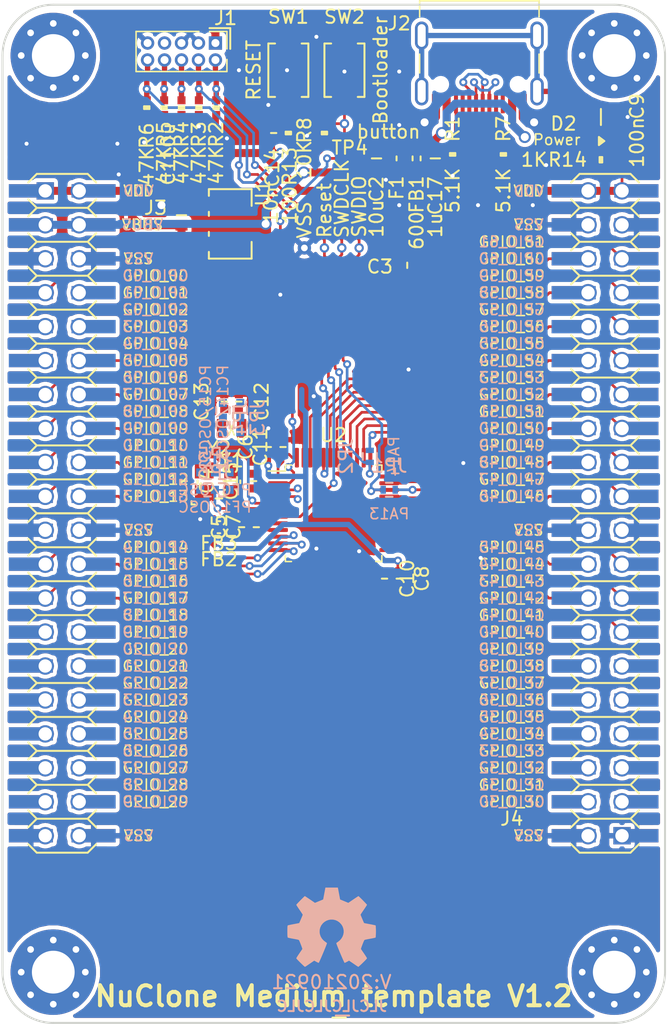
<source format=kicad_pcb>
(kicad_pcb (version 20171130) (host pcbnew 5.99.0+really5.1.10+dfsg1-1)
  (layers (0 F.Cu signal) (31 B.Cu signal) (34 B.Paste user) (35 F.Paste user) (36 B.SilkS user) (37 F.SilkS user) (38 B.Mask user) (39 F.Mask user) (44 Edge.Cuts user))
  (net 0 "")
  (net 1 /VBUS)
  (net 2 "Net-(F1-Pad2)")
  (net 3 /VDD)
  (net 4 "Net-(C9-Pad2)")
  (net 5 /VSS)
  (net 6 "Net-(J1-Pad7)")
  (net 7 /GPIO_28)
  (net 8 /GPIO_29)
  (net 9 /GPIO_32)
  (net 10 /GPIO_31)
  (net 11 /GPIO_30)
  (net 12 /GPIO_35)
  (net 13 /GPIO_34)
  (net 14 /GPIO_33)
  (net 15 /TMS)
  (net 16 /TCK)
  (net 17 /TDO)
  (net 18 /TDI)
  (net 19 /RESET)
  (net 20 "Net-(R13-Pad2)")
  (net 21 "Net-(D2-Pad2)")
  (net 22 "Net-(C17-Pad2)")
  (net 23 "Net-(J2-PadB5)")
  (net 24 "Net-(J2-PadB8)")
  (net 25 "Net-(J2-PadA8)")
  (net 26 "Net-(J2-PadA5)")
  (net 27 "Net-(J2-PadA6)")
  (net 28 "Net-(J2-PadA7)")
  (net 29 /Bootloader)
  (net 30 /GPIO_20)
  (net 31 /GPIO_23)
  (net 32 /GPIO_27)
  (net 33 /GPIO_16)
  (net 34 /GPIO_21)
  (net 35 /GPIO_19)
  (net 36 /GPIO_17)
  (net 37 /GPIO_18)
  (net 38 /GPIO_15)
  (net 39 /GPIO_14)
  (net 40 /GPIO_22)
  (net 41 /GPIO_24)
  (net 42 /GPIO_25)
  (net 43 /GPIO_26)
  (net 44 /GPIO_13)
  (net 45 /GPIO_12)
  (net 46 /GPIO_11)
  (net 47 /GPIO_10)
  (net 48 /GPIO_09)
  (net 49 /GPIO_08)
  (net 50 /GPIO_07)
  (net 51 /GPIO_06)
  (net 52 /GPIO_05)
  (net 53 /GPIO_04)
  (net 54 /GPIO_03)
  (net 55 /GPIO_02)
  (net 56 /GPIO_01)
  (net 57 /GPIO_00)
  (net 58 /GPIO_41)
  (net 59 /GPIO_40)
  (net 60 /GPIO_39)
  (net 61 /GPIO_38)
  (net 62 /GPIO_37)
  (net 63 /GPIO_36)
  (net 64 /GPIO_45)
  (net 65 /GPIO_44)
  (net 66 /GPIO_43)
  (net 67 /GPIO_42)
  (net 68 /GPIO_61)
  (net 69 /GPIO_60)
  (net 70 /GPIO_59)
  (net 71 /GPIO_58)
  (net 72 /GPIO_57)
  (net 73 /GPIO_56)
  (net 74 /GPIO_55)
  (net 75 /GPIO_54)
  (net 76 /GPIO_53)
  (net 77 /GPIO_52)
  (net 78 /GPIO_51)
  (net 79 /GPIO_50)
  (net 80 /GPIO_49)
  (net 81 /GPIO_48)
  (net 82 /GPIO_47)
  (net 83 /GPIO_46)
  (net 84 /microcontroller/VSSA)
  (net 85 /microcontroller/VDDA)
  (net 86 /microcontroller/OSC32IN_MCU)
  (net 87 /microcontroller/OSC32IN)
  (net 88 /microcontroller/OSC32OUT_MCU)
  (net 89 /microcontroller/OSC32OUT)
  (net 90 /microcontroller/OSCIN_MCU)
  (net 91 /microcontroller/OSCIN)
  (net 92 /microcontroller/OSCOUT_MCU)
  (net 93 /microcontroller/OSCOUT)
  (module SquantorCrystal:Crystal_3225_4 (layer F.Cu) (at 76.5 96.7)
    (fp_text reference Y2 (at 0 -2.5) (layer F.SilkS))
    (fp_text value 16MHz)
    (pad 1 smd rect (at -1.1 0.85) (size 1.4 1.2) (layers F.Cu F.Paste F.Mask) (net 91 /microcontroller/OSCIN))
    (pad 2 smd rect (at 1.1 0.85) (size 1.4 1.2) (layers F.Cu F.Paste F.Mask) (net 5 /VSS))
    (pad 3 smd rect (at 1.1 -0.85) (size 1.4 1.2) (layers F.Cu F.Paste F.Mask) (net 93 /microcontroller/OSCOUT))
    (pad 4 smd rect (at -1.1 -0.85) (size 1.4 1.2) (layers F.Cu F.Paste F.Mask) (net 5 /VSS))
  )
  (module SquantorCrystal:Crystal_2012_2 (layer F.Cu) (at 77.45 92.7 180)
    (fp_text reference Y1 (at 0 -2.4) (layer F.SilkS))
    (fp_text value 32KHz)
    (pad 2 smd rect (at 0.75 0 180) (size 0.7 1.4) (layers F.Cu F.Paste F.Mask) (net 89 /microcontroller/OSC32OUT))
    (pad 1 smd rect (at -0.75 0 180) (size 0.7 1.4) (layers F.Cu F.Paste F.Mask) (net 87 /microcontroller/OSC32IN))
  )
  (module SquantorRcl:C_0402 (layer F.Cu) (at 79.1 96.65 90)
    (fp_text reference C15 (at 0 -1.7 90) (layer F.SilkS))
    (fp_text value 10p)
    (pad 2 smd rect (at 0.55 0 90) (size 0.6 0.6) (layers F.Cu F.Paste F.Mask) (net 93 /microcontroller/OSCOUT))
    (pad 1 smd rect (at -0.55 0 90) (size 0.6 0.6) (layers F.Cu F.Paste F.Mask) (net 5 /VSS))
  )
  (module SquantorRcl:C_0402 (layer F.Cu) (at 76.9 90.7 90)
    (fp_text reference C13 (at 0 -1.7 90) (layer F.SilkS))
    (fp_text value 10p)
    (pad 2 smd rect (at 0.55 0 90) (size 0.6 0.6) (layers F.Cu F.Paste F.Mask) (net 5 /VSS))
    (pad 1 smd rect (at -0.55 0 90) (size 0.6 0.6) (layers F.Cu F.Paste F.Mask) (net 89 /microcontroller/OSC32OUT))
  )
  (module SquantorRcl:C_0402 (layer F.Cu) (at 78 90.7 270)
    (fp_text reference C12 (at 0 -1.7 90) (layer F.SilkS))
    (fp_text value 10p)
    (pad 2 smd rect (at 0.55 0 270) (size 0.6 0.6) (layers F.Cu F.Paste F.Mask) (net 87 /microcontroller/OSC32IN))
    (pad 1 smd rect (at -0.55 0 270) (size 0.6 0.6) (layers F.Cu F.Paste F.Mask) (net 5 /VSS))
  )
  (module SquantorRcl:C_0402 (layer F.Cu) (at 73.9 96.65 270)
    (fp_text reference C4 (at 0 -1.7 90) (layer F.SilkS))
    (fp_text value 10p)
    (pad 2 smd rect (at 0.55 0 270) (size 0.6 0.6) (layers F.Cu F.Paste F.Mask) (net 91 /microcontroller/OSCIN))
    (pad 1 smd rect (at -0.55 0 270) (size 0.6 0.6) (layers F.Cu F.Paste F.Mask) (net 5 /VSS))
  )
  (module SquantorConnectorsNamed:nuclone_medium_right_stacked (layer F.Cu) (at 105.41 99.06 90)
    (fp_text reference J4 (at -22.86 -6.985 180) (layer F.SilkS))
    (fp_text value nuclone_medium_right)
    (fp_text user VSS (at 21.6 -5.705 180) (layer B.SilkS) (effects (font (size 0.8 0.8) (thickness 0.12)) (justify mirror)))
    (fp_text user GPIO_47 (at 2.54 -6.985 180) (layer B.SilkS) (effects (font (size 0.8 0.8) (thickness 0.12)) (justify mirror)))
    (fp_text user GPIO_49 (at 5.08 -6.985 180) (layer B.SilkS) (effects (font (size 0.8 0.8) (thickness 0.12)) (justify mirror)))
    (fp_text user GPIO_51 (at 7.62 -6.985 180) (layer B.SilkS) (effects (font (size 0.8 0.8) (thickness 0.12)) (justify mirror)))
    (fp_text user GPIO_53 (at 10.16 -6.985 180) (layer B.SilkS) (effects (font (size 0.8 0.8) (thickness 0.12)) (justify mirror)))
    (fp_text user GPIO_55 (at 12.7 -6.985 180) (layer B.SilkS) (effects (font (size 0.8 0.8) (thickness 0.12)) (justify mirror)))
    (fp_text user GPIO_57 (at 15.24 -6.985 180) (layer B.SilkS) (effects (font (size 0.8 0.8) (thickness 0.12)) (justify mirror)))
    (fp_text user GPIO_59 (at 17.78 -6.985 180) (layer B.SilkS) (effects (font (size 0.8 0.8) (thickness 0.12)) (justify mirror)))
    (fp_text user GPIO_61 (at 20.32 -6.985 180) (layer B.SilkS) (effects (font (size 0.8 0.8) (thickness 0.12)) (justify mirror)))
    (fp_text user VDD (at 24.1 -5.705 180) (layer B.SilkS) (effects (font (size 0.8 0.8) (thickness 0.12)) (justify mirror)))
    (fp_text user GPIO_46 (at 1.27 -6.985 180) (layer B.SilkS) (effects (font (size 0.8 0.8) (thickness 0.12)) (justify mirror)))
    (fp_text user GPIO_48 (at 3.81 -6.985 180) (layer B.SilkS) (effects (font (size 0.8 0.8) (thickness 0.12)) (justify mirror)))
    (fp_text user GPIO_50 (at 6.35 -6.985 180) (layer B.SilkS) (effects (font (size 0.8 0.8) (thickness 0.12)) (justify mirror)))
    (fp_text user GPIO_58 (at 16.51 -6.985 180) (layer B.SilkS) (effects (font (size 0.8 0.8) (thickness 0.12)) (justify mirror)))
    (fp_text user GPIO_60 (at 19.05 -6.985 180) (layer B.SilkS) (effects (font (size 0.8 0.8) (thickness 0.12)) (justify mirror)))
    (fp_text user GPIO_52 (at 8.89 -6.985 180) (layer B.SilkS) (effects (font (size 0.8 0.8) (thickness 0.12)) (justify mirror)))
    (fp_text user GPIO_54 (at 11.43 -6.985 180) (layer B.SilkS) (effects (font (size 0.8 0.8) (thickness 0.12)) (justify mirror)))
    (fp_text user GPIO_56 (at 13.97 -6.985 180) (layer B.SilkS) (effects (font (size 0.8 0.8) (thickness 0.12)) (justify mirror)))
    (fp_text user VSS (at -1.27 -5.715 180) (layer B.SilkS) (effects (font (size 0.8 0.8) (thickness 0.12)) (justify mirror)))
    (fp_text user GPIO_31 (at -20.33 -6.985 180) (layer B.SilkS) (effects (font (size 0.8 0.8) (thickness 0.12)) (justify mirror)))
    (fp_text user GPIO_33 (at -17.78 -6.985 180) (layer B.SilkS) (effects (font (size 0.8 0.8) (thickness 0.12)) (justify mirror)))
    (fp_text user GPIO_35 (at -15.24 -6.985 180) (layer B.SilkS) (effects (font (size 0.8 0.8) (thickness 0.12)) (justify mirror)))
    (fp_text user GPIO_37 (at -12.7 -6.985 180) (layer B.SilkS) (effects (font (size 0.8 0.8) (thickness 0.12)) (justify mirror)))
    (fp_text user GPIO_39 (at -10.16 -6.985 180) (layer B.SilkS) (effects (font (size 0.8 0.8) (thickness 0.12)) (justify mirror)))
    (fp_text user GPIO_41 (at -7.63 -6.985 180) (layer B.SilkS) (effects (font (size 0.8 0.8) (thickness 0.12)) (justify mirror)))
    (fp_text user GPIO_43 (at -5.08 -6.985 180) (layer B.SilkS) (effects (font (size 0.8 0.8) (thickness 0.12)) (justify mirror)))
    (fp_text user GPIO_30 (at -21.59 -6.985 180) (layer B.SilkS) (effects (font (size 0.8 0.8) (thickness 0.12)) (justify mirror)))
    (fp_text user GPIO_32 (at -19.05 -6.985 180) (layer B.SilkS) (effects (font (size 0.8 0.8) (thickness 0.12)) (justify mirror)))
    (fp_text user GPIO_40 (at -8.89 -6.985 180) (layer B.SilkS) (effects (font (size 0.8 0.8) (thickness 0.12)) (justify mirror)))
    (fp_text user GPIO_42 (at -6.35 -6.985 180) (layer B.SilkS) (effects (font (size 0.8 0.8) (thickness 0.12)) (justify mirror)))
    (fp_text user GPIO_34 (at -16.51 -6.985 180) (layer B.SilkS) (effects (font (size 0.8 0.8) (thickness 0.12)) (justify mirror)))
    (fp_text user GPIO_36 (at -13.97 -6.985 180) (layer B.SilkS) (effects (font (size 0.8 0.8) (thickness 0.12)) (justify mirror)))
    (fp_text user GPIO_38 (at -11.43 -6.985 180) (layer B.SilkS) (effects (font (size 0.8 0.8) (thickness 0.12)) (justify mirror)))
    (fp_text user VSS (at -24.13 -5.705 180) (layer B.SilkS) (effects (font (size 0.8 0.8) (thickness 0.12)) (justify mirror)))
    (fp_text user GPIO_44 (at -3.81 -6.985 180) (layer B.SilkS) (effects (font (size 0.8 0.8) (thickness 0.12)) (justify mirror)))
    (fp_text user GPIO_45 (at -2.54 -6.985 180) (layer B.SilkS) (effects (font (size 0.8 0.8) (thickness 0.12)) (justify mirror)))
    (fp_text user VSS (at -24.13 -5.715 180) (layer F.SilkS) (effects (font (size 0.8 0.8) (thickness 0.12))))
    (fp_text user GPIO_30 (at -21.59 -6.985 180) (layer F.SilkS) (effects (font (size 0.8 0.8) (thickness 0.12))))
    (fp_text user GPIO_31 (at -20.32 -6.985 180) (layer F.SilkS) (effects (font (size 0.8 0.8) (thickness 0.12))))
    (fp_text user GPIO_32 (at -19.05 -6.985 180) (layer F.SilkS) (effects (font (size 0.8 0.8) (thickness 0.12))))
    (fp_text user GPIO_33 (at -17.78 -6.985 180) (layer F.SilkS) (effects (font (size 0.8 0.8) (thickness 0.12))))
    (fp_text user GPIO_34 (at -16.51 -6.985 180) (layer F.SilkS) (effects (font (size 0.8 0.8) (thickness 0.12))))
    (fp_text user GPIO_35 (at -15.24 -6.985 180) (layer F.SilkS) (effects (font (size 0.8 0.8) (thickness 0.12))))
    (fp_text user GPIO_36 (at -13.97 -6.985 180) (layer F.SilkS) (effects (font (size 0.8 0.8) (thickness 0.12))))
    (fp_text user GPIO_37 (at -12.7 -6.985 180) (layer F.SilkS) (effects (font (size 0.8 0.8) (thickness 0.12))))
    (fp_text user GPIO_38 (at -11.43 -6.985 180) (layer F.SilkS) (effects (font (size 0.8 0.8) (thickness 0.12))))
    (fp_text user GPIO_39 (at -10.16 -6.985 180) (layer F.SilkS) (effects (font (size 0.8 0.8) (thickness 0.12))))
    (fp_text user GPIO_40 (at -8.89 -6.985 180) (layer F.SilkS) (effects (font (size 0.8 0.8) (thickness 0.12))))
    (fp_text user GPIO_41 (at -7.62 -6.985 180) (layer F.SilkS) (effects (font (size 0.8 0.8) (thickness 0.12))))
    (fp_text user GPIO_42 (at -6.35 -6.985 180) (layer F.SilkS) (effects (font (size 0.8 0.8) (thickness 0.12))))
    (fp_text user GPIO_43 (at -5.08 -6.985 180) (layer F.SilkS) (effects (font (size 0.8 0.8) (thickness 0.12))))
    (fp_text user GPIO_44 (at -3.81 -6.985 180) (layer F.SilkS) (effects (font (size 0.8 0.8) (thickness 0.12))))
    (fp_text user GPIO_45 (at -2.54 -6.985 180) (layer F.SilkS) (effects (font (size 0.8 0.8) (thickness 0.12))))
    (fp_text user GPIO_59 (at 17.78 -6.985 180) (layer F.SilkS) (effects (font (size 0.8 0.8) (thickness 0.12))))
    (fp_text user GPIO_61 (at 20.32 -6.985 180) (layer F.SilkS) (effects (font (size 0.8 0.8) (thickness 0.12))))
    (fp_text user GPIO_52 (at 8.89 -6.985 180) (layer F.SilkS) (effects (font (size 0.8 0.8) (thickness 0.12))))
    (fp_text user GPIO_47 (at 2.54 -6.985 180) (layer F.SilkS) (effects (font (size 0.8 0.8) (thickness 0.12))))
    (fp_text user GPIO_49 (at 5.08 -6.985 180) (layer F.SilkS) (effects (font (size 0.8 0.8) (thickness 0.12))))
    (fp_text user GPIO_56 (at 13.97 -6.985 180) (layer F.SilkS) (effects (font (size 0.8 0.8) (thickness 0.12))))
    (fp_text user GPIO_54 (at 11.43 -6.985 180) (layer F.SilkS) (effects (font (size 0.8 0.8) (thickness 0.12))))
    (fp_text user GPIO_51 (at 7.62 -6.985 180) (layer F.SilkS) (effects (font (size 0.8 0.8) (thickness 0.12))))
    (fp_text user GPIO_53 (at 10.16 -6.985 180) (layer F.SilkS) (effects (font (size 0.8 0.8) (thickness 0.12))))
    (fp_text user GPIO_48 (at 3.81 -6.985 180) (layer F.SilkS) (effects (font (size 0.8 0.8) (thickness 0.12))))
    (fp_text user GPIO_60 (at 19.05 -6.985 180) (layer F.SilkS) (effects (font (size 0.8 0.8) (thickness 0.12))))
    (fp_text user GPIO_46 (at 1.27 -6.985 180) (layer F.SilkS) (effects (font (size 0.8 0.8) (thickness 0.12))))
    (fp_text user GPIO_57 (at 15.24 -6.985 180) (layer F.SilkS) (effects (font (size 0.8 0.8) (thickness 0.12))))
    (fp_text user GPIO_50 (at 6.35 -6.985 180) (layer F.SilkS) (effects (font (size 0.8 0.8) (thickness 0.12))))
    (fp_text user GPIO_55 (at 12.7 -6.985 180) (layer F.SilkS) (effects (font (size 0.8 0.8) (thickness 0.12))))
    (fp_text user GPIO_58 (at 16.51 -6.985 180) (layer F.SilkS) (effects (font (size 0.8 0.8) (thickness 0.12))))
    (fp_text user VSS (at -1.27 -5.715 180) (layer F.SilkS) (effects (font (size 0.8 0.8) (thickness 0.12))))
    (fp_text user VSS (at 21.59 -5.715 180) (layer F.SilkS) (effects (font (size 0.8 0.8) (thickness 0.12))))
    (fp_text user VDD (at 24.13 -5.715 180) (layer F.SilkS) (effects (font (size 0.8 0.8) (thickness 0.12))))
    (pad 20 smd rect (at -1.27 -2.35 90) (size 1 3.3) (layers B.Cu B.Mask) (net 5 /VSS))
    (pad 28 smd rect (at 8.89 -2.35 90) (size 1 3.3) (layers B.Cu B.Mask) (net 77 /GPIO_52))
    (pad 38 smd rect (at 21.59 -2.35 90) (size 1 3.3) (layers B.Cu B.Mask) (net 5 /VSS))
    (pad 40 smd rect (at 24.13 -2.35 90) (size 1 3.3) (layers B.Cu B.Mask) (net 3 /VDD))
    (pad 2 smd rect (at -24.13 -2.35 90) (size 1 3.3) (layers B.Cu B.Mask) (net 5 /VSS))
    (pad 14 smd rect (at -8.89 -2.35 90) (size 1 3.3) (layers B.Cu B.Mask) (net 59 /GPIO_40))
    (pad 36 smd rect (at 19.05 -2.35 90) (size 1 3.3) (layers B.Cu B.Mask) (net 69 /GPIO_60))
    (pad 18 smd rect (at -3.81 -2.35 90) (size 1 3.3) (layers B.Cu B.Mask) (net 65 /GPIO_44))
    (pad 26 smd rect (at 6.35 -2.35 90) (size 1 3.3) (layers B.Cu B.Mask) (net 79 /GPIO_50))
    (pad 16 smd rect (at -6.35 -2.35 90) (size 1 3.3) (layers B.Cu B.Mask) (net 67 /GPIO_42))
    (pad 34 smd rect (at 16.51 -2.35 90) (size 1 3.3) (layers B.Cu B.Mask) (net 71 /GPIO_58))
    (pad 30 smd rect (at 11.43 -2.35 90) (size 1 3.3) (layers B.Cu B.Mask) (net 75 /GPIO_54))
    (pad 12 smd rect (at -11.43 -2.35 90) (size 1 3.3) (layers B.Cu B.Mask) (net 61 /GPIO_38))
    (pad 24 smd rect (at 3.81 -2.35 90) (size 1 3.3) (layers B.Cu B.Mask) (net 81 /GPIO_48))
    (pad 22 smd rect (at 1.27 -2.35 90) (size 1 3.3) (layers B.Cu B.Mask) (net 83 /GPIO_46))
    (pad 8 smd rect (at -16.51 -2.35 90) (size 1 3.3) (layers B.Cu B.Mask) (net 13 /GPIO_34))
    (pad 6 smd rect (at -19.05 -2.35 90) (size 1 3.3) (layers B.Cu B.Mask) (net 9 /GPIO_32))
    (pad 32 smd rect (at 13.97 -2.35 90) (size 1 3.3) (layers B.Cu B.Mask) (net 73 /GPIO_56))
    (pad 4 smd rect (at -21.59 -2.35 90) (size 1 3.3) (layers B.Cu B.Mask) (net 11 /GPIO_30))
    (pad 10 smd rect (at -13.97 -2.35 90) (size 1 3.3) (layers B.Cu B.Mask) (net 63 /GPIO_36))
    (pad 3 smd rect (at -21.59 2.35 90) (size 1 3.3) (layers B.Cu B.Mask) (net 10 /GPIO_31))
    (pad 1 smd rect (at -24.13 2.35 90) (size 1 3.3) (layers B.Cu B.Mask) (net 5 /VSS))
    (pad 9 smd rect (at -13.97 2.35 90) (size 1 3.3) (layers B.Cu B.Mask) (net 62 /GPIO_37))
    (pad 25 smd rect (at 6.35 2.35 90) (size 1 3.3) (layers B.Cu B.Mask) (net 78 /GPIO_51))
    (pad 27 smd rect (at 8.89 2.35 90) (size 1 3.3) (layers B.Cu B.Mask) (net 76 /GPIO_53))
    (pad 37 smd rect (at 21.59 2.35 90) (size 1 3.3) (layers B.Cu B.Mask) (net 5 /VSS))
    (pad 39 smd rect (at 24.13 2.35 90) (size 1 3.3) (layers B.Cu B.Mask) (net 3 /VDD))
    (pad 29 smd rect (at 11.43 2.35 90) (size 1 3.3) (layers B.Cu B.Mask) (net 74 /GPIO_55))
    (pad 19 smd rect (at -1.27 2.35 90) (size 1 3.3) (layers B.Cu B.Mask) (net 5 /VSS))
    (pad 31 smd rect (at 13.97 2.35 90) (size 1 3.3) (layers B.Cu B.Mask) (net 72 /GPIO_57))
    (pad 5 smd rect (at -19.05 2.35 90) (size 1 3.3) (layers B.Cu B.Mask) (net 14 /GPIO_33))
    (pad 23 smd rect (at 3.81 2.35 90) (size 1 3.3) (layers B.Cu B.Mask) (net 80 /GPIO_49))
    (pad 13 smd rect (at -8.89 2.35 90) (size 1 3.3) (layers B.Cu B.Mask) (net 58 /GPIO_41))
    (pad 15 smd rect (at -6.35 2.35 90) (size 1 3.3) (layers B.Cu B.Mask) (net 66 /GPIO_43))
    (pad 11 smd rect (at -11.43 2.35 90) (size 1 3.3) (layers B.Cu B.Mask) (net 60 /GPIO_39))
    (pad 7 smd rect (at -16.51 2.35 90) (size 1 3.3) (layers B.Cu B.Mask) (net 12 /GPIO_35))
    (pad 21 smd rect (at 1.27 2.35 90) (size 1 3.3) (layers B.Cu B.Mask) (net 82 /GPIO_47))
    (pad 17 smd rect (at -3.81 2.35 90) (size 1 3.3) (layers B.Cu B.Mask) (net 64 /GPIO_45))
    (pad 33 smd rect (at 16.51 2.35 90) (size 1 3.3) (layers B.Cu B.Mask) (net 70 /GPIO_59))
    (pad 35 smd rect (at 19.05 2.35 90) (size 1 3.3) (layers B.Cu B.Mask) (net 68 /GPIO_61))
    (pad 26 smd rect (at 6.35 -2.35 90) (size 1 3.3) (layers F.Cu F.Mask) (net 79 /GPIO_50))
    (pad 28 smd rect (at 8.89 -2.35 90) (size 1 3.3) (layers F.Cu F.Mask) (net 77 /GPIO_52))
    (pad 30 smd rect (at 11.43 -2.35 90) (size 1 3.3) (layers F.Cu F.Mask) (net 75 /GPIO_54))
    (pad 32 smd rect (at 13.97 -2.35 90) (size 1 3.3) (layers F.Cu F.Mask) (net 73 /GPIO_56))
    (pad 34 smd rect (at 16.51 -2.35 90) (size 1 3.3) (layers F.Cu F.Mask) (net 71 /GPIO_58))
    (pad 36 smd rect (at 19.05 -2.35 90) (size 1 3.3) (layers F.Cu F.Mask) (net 69 /GPIO_60))
    (pad 38 smd rect (at 21.59 -2.35 90) (size 1 3.3) (layers F.Cu F.Mask) (net 5 /VSS))
    (pad 40 smd rect (at 24.13 -2.35 90) (size 1 3.3) (layers F.Cu F.Mask) (net 3 /VDD))
    (pad 39 smd rect (at 24.13 2.35 90) (size 1 3.3) (layers F.Cu F.Mask) (net 3 /VDD))
    (pad 37 smd rect (at 21.59 2.35 90) (size 1 3.3) (layers F.Cu F.Mask) (net 5 /VSS))
    (pad 35 smd rect (at 19.05 2.35 90) (size 1 3.3) (layers F.Cu F.Mask) (net 68 /GPIO_61))
    (pad 33 smd rect (at 16.51 2.35 90) (size 1 3.3) (layers F.Cu F.Mask) (net 70 /GPIO_59))
    (pad 31 smd rect (at 13.97 2.35 90) (size 1 3.3) (layers F.Cu F.Mask) (net 72 /GPIO_57))
    (pad 29 smd rect (at 11.43 2.35 90) (size 1 3.3) (layers F.Cu F.Mask) (net 74 /GPIO_55))
    (pad 27 smd rect (at 8.89 2.35 90) (size 1 3.3) (layers F.Cu F.Mask) (net 76 /GPIO_53))
    (pad 25 smd rect (at 6.35 2.35 90) (size 1 3.3) (layers F.Cu F.Mask) (net 78 /GPIO_51))
    (pad 23 smd rect (at 3.81 2.35 90) (size 1 3.3) (layers F.Cu F.Mask) (net 80 /GPIO_49))
    (pad 21 smd rect (at 1.27 2.35 90) (size 1 3.3) (layers F.Cu F.Mask) (net 82 /GPIO_47))
    (pad 24 smd rect (at 3.81 -2.35 90) (size 1 3.3) (layers F.Cu F.Mask) (net 81 /GPIO_48))
    (pad 22 smd rect (at 1.27 -2.35 90) (size 1 3.3) (layers F.Cu F.Mask) (net 83 /GPIO_46))
    (pad 20 smd rect (at -1.27 -2.35 90) (size 1 3.3) (layers F.Cu F.Mask) (net 5 /VSS))
    (pad 18 smd rect (at -3.81 -2.35 90) (size 1 3.3) (layers F.Cu F.Mask) (net 65 /GPIO_44))
    (pad 16 smd rect (at -6.35 -2.35 90) (size 1 3.3) (layers F.Cu F.Mask) (net 67 /GPIO_42))
    (pad 14 smd rect (at -8.89 -2.35 90) (size 1 3.3) (layers F.Cu F.Mask) (net 59 /GPIO_40))
    (pad 12 smd rect (at -11.43 -2.35 90) (size 1 3.3) (layers F.Cu F.Mask) (net 61 /GPIO_38))
    (pad 10 smd rect (at -13.97 -2.35 90) (size 1 3.3) (layers F.Cu F.Mask) (net 63 /GPIO_36))
    (pad 8 smd rect (at -16.51 -2.35 90) (size 1 3.3) (layers F.Cu F.Mask) (net 13 /GPIO_34))
    (pad 6 smd rect (at -19.05 -2.35 90) (size 1 3.3) (layers F.Cu F.Mask) (net 9 /GPIO_32))
    (pad 4 smd rect (at -21.59 -2.35 90) (size 1 3.3) (layers F.Cu F.Mask) (net 11 /GPIO_30))
    (pad 2 smd rect (at -24.13 -2.35 90) (size 1 3.3) (layers F.Cu F.Mask) (net 5 /VSS))
    (pad 1 smd rect (at -24.13 2.35 90) (size 1 3.3) (layers F.Cu F.Mask) (net 5 /VSS))
    (pad 3 smd rect (at -21.59 2.35 90) (size 1 3.3) (layers F.Cu F.Mask) (net 10 /GPIO_31))
    (pad 5 smd rect (at -19.05 2.35 90) (size 1 3.3) (layers F.Cu F.Mask) (net 14 /GPIO_33))
    (pad 7 smd rect (at -16.51 2.35 90) (size 1 3.3) (layers F.Cu F.Mask) (net 12 /GPIO_35))
    (pad 9 smd rect (at -13.97 2.35 90) (size 1 3.3) (layers F.Cu F.Mask) (net 62 /GPIO_37))
    (pad 11 smd rect (at -11.43 2.35 90) (size 1 3.3) (layers F.Cu F.Mask) (net 60 /GPIO_39))
    (pad 13 smd rect (at -8.89 2.35 90) (size 1 3.3) (layers F.Cu F.Mask) (net 58 /GPIO_41))
    (pad 15 smd rect (at -6.35 2.35 90) (size 1 3.3) (layers F.Cu F.Mask) (net 66 /GPIO_43))
    (pad 17 smd rect (at -3.81 2.35 90) (size 1 3.3) (layers F.Cu F.Mask) (net 64 /GPIO_45))
    (pad 19 smd rect (at -1.27 2.35 90) (size 1 3.3) (layers F.Cu F.Mask) (net 5 /VSS))
    (pad 21 thru_hole circle (at 1.27 1.27 90) (size 1.3 1.3) (drill 1) (layers *.Cu *.Mask) (net 82 /GPIO_47))
    (pad 22 thru_hole circle (at 1.27 -1.27 90) (size 1.3 1.3) (drill 1) (layers *.Cu *.Mask) (net 83 /GPIO_46))
    (pad 23 thru_hole circle (at 3.81 1.27 90) (size 1.3 1.3) (drill 1) (layers *.Cu *.Mask) (net 80 /GPIO_49))
    (pad 24 thru_hole circle (at 3.81 -1.27 90) (size 1.3 1.3) (drill 1) (layers *.Cu *.Mask) (net 81 /GPIO_48))
    (pad 25 thru_hole circle (at 6.35 1.27 90) (size 1.3 1.3) (drill 1) (layers *.Cu *.Mask) (net 78 /GPIO_51))
    (pad 26 thru_hole circle (at 6.35 -1.27 90) (size 1.3 1.3) (drill 1) (layers *.Cu *.Mask) (net 79 /GPIO_50))
    (pad 27 thru_hole circle (at 8.89 1.27 90) (size 1.3 1.3) (drill 1) (layers *.Cu *.Mask) (net 76 /GPIO_53))
    (pad 28 thru_hole circle (at 8.89 -1.27 90) (size 1.3 1.3) (drill 1) (layers *.Cu *.Mask) (net 77 /GPIO_52))
    (pad 29 thru_hole circle (at 11.43 1.27 90) (size 1.3 1.3) (drill 1) (layers *.Cu *.Mask) (net 74 /GPIO_55))
    (pad 30 thru_hole circle (at 11.43 -1.27 90) (size 1.3 1.3) (drill 1) (layers *.Cu *.Mask) (net 75 /GPIO_54))
    (pad 31 thru_hole circle (at 13.97 1.27 90) (size 1.3 1.3) (drill 1) (layers *.Cu *.Mask) (net 72 /GPIO_57))
    (pad 32 thru_hole circle (at 13.97 -1.27 90) (size 1.3 1.3) (drill 1) (layers *.Cu *.Mask) (net 73 /GPIO_56))
    (pad 33 thru_hole circle (at 16.51 1.27 90) (size 1.3 1.3) (drill 1) (layers *.Cu *.Mask) (net 70 /GPIO_59))
    (pad 34 thru_hole circle (at 16.51 -1.27 90) (size 1.3 1.3) (drill 1) (layers *.Cu *.Mask) (net 71 /GPIO_58))
    (pad 35 thru_hole circle (at 19.05 1.27 90) (size 1.3 1.3) (drill 1) (layers *.Cu *.Mask) (net 68 /GPIO_61))
    (pad 36 thru_hole circle (at 19.05 -1.27 90) (size 1.3 1.3) (drill 1) (layers *.Cu *.Mask) (net 69 /GPIO_60))
    (pad 37 thru_hole circle (at 21.59 1.27 90) (size 1.3 1.3) (drill 1) (layers *.Cu *.Mask) (net 5 /VSS))
    (pad 38 thru_hole circle (at 21.59 -1.27 90) (size 1.3 1.3) (drill 1) (layers *.Cu *.Mask) (net 5 /VSS))
    (pad 39 thru_hole circle (at 24.13 1.27 90) (size 1.3 1.3) (drill 1) (layers *.Cu *.Mask) (net 3 /VDD))
    (pad 40 thru_hole circle (at 24.13 -1.27 90) (size 1.3 1.3) (drill 1) (layers *.Cu *.Mask) (net 3 /VDD))
    (pad 15 thru_hole circle (at -6.35 1.27 90) (size 1.3 1.3) (drill 1) (layers *.Cu *.Mask) (net 66 /GPIO_43))
    (pad 16 thru_hole circle (at -6.35 -1.27 90) (size 1.3 1.3) (drill 1) (layers *.Cu *.Mask) (net 67 /GPIO_42))
    (pad 17 thru_hole circle (at -3.81 1.27 90) (size 1.3 1.3) (drill 1) (layers *.Cu *.Mask) (net 64 /GPIO_45))
    (pad 18 thru_hole circle (at -3.81 -1.27 90) (size 1.3 1.3) (drill 1) (layers *.Cu *.Mask) (net 65 /GPIO_44))
    (pad 19 thru_hole circle (at -1.27 1.27 90) (size 1.3 1.3) (drill 1) (layers *.Cu *.Mask) (net 5 /VSS))
    (pad 20 thru_hole circle (at -1.27 -1.27 90) (size 1.3 1.3) (drill 1) (layers *.Cu *.Mask) (net 5 /VSS))
    (pad 6 thru_hole circle (at -19.05 -1.27 90) (size 1.3 1.3) (drill 1) (layers *.Cu *.Mask) (net 9 /GPIO_32))
    (pad 7 thru_hole circle (at -16.51 1.27 90) (size 1.3 1.3) (drill 1) (layers *.Cu *.Mask) (net 12 /GPIO_35))
    (pad 8 thru_hole circle (at -16.51 -1.27 90) (size 1.3 1.3) (drill 1) (layers *.Cu *.Mask) (net 13 /GPIO_34))
    (pad 9 thru_hole circle (at -13.97 1.27 90) (size 1.3 1.3) (drill 1) (layers *.Cu *.Mask) (net 62 /GPIO_37))
    (pad 10 thru_hole circle (at -13.97 -1.27 90) (size 1.3 1.3) (drill 1) (layers *.Cu *.Mask) (net 63 /GPIO_36))
    (pad 11 thru_hole circle (at -11.43 1.27 90) (size 1.3 1.3) (drill 1) (layers *.Cu *.Mask) (net 60 /GPIO_39))
    (pad 12 thru_hole circle (at -11.43 -1.27 90) (size 1.3 1.3) (drill 1) (layers *.Cu *.Mask) (net 61 /GPIO_38))
    (pad 13 thru_hole circle (at -8.89 1.27 90) (size 1.3 1.3) (drill 1) (layers *.Cu *.Mask) (net 58 /GPIO_41))
    (pad 14 thru_hole circle (at -8.89 -1.27 90) (size 1.3 1.3) (drill 1) (layers *.Cu *.Mask) (net 59 /GPIO_40))
    (pad 1 thru_hole rect (at -24.13 1.27 90) (size 1.3 1.3) (drill 1) (layers *.Cu *.Mask) (net 5 /VSS))
    (pad 2 thru_hole circle (at -24.13 -1.27 90) (size 1.3 1.3) (drill 1) (layers *.Cu *.Mask) (net 5 /VSS))
    (pad 3 thru_hole circle (at -21.59 1.27 90) (size 1.3 1.3) (drill 1) (layers *.Cu *.Mask) (net 10 /GPIO_31))
    (pad 4 thru_hole circle (at -21.59 -1.27 90) (size 1.3 1.3) (drill 1) (layers *.Cu *.Mask) (net 11 /GPIO_30))
    (pad 5 thru_hole circle (at -19.05 1.27 90) (size 1.3 1.3) (drill 1) (layers *.Cu *.Mask) (net 14 /GPIO_33))
  )
  (module SquantorConnectorsNamed:nuclone_medium_left_stacked (layer F.Cu) (at 64.77 99.06 270)
    (fp_text reference J3 (at -22.86 -6.985) (layer F.SilkS))
    (fp_text value nuclone_medium_left)
    (fp_text user VSS (at 24.13 -5.715) (layer F.SilkS) (effects (font (size 0.8 0.8) (thickness 0.12))))
    (fp_text user GPIO_29 (at 21.59 -6.985) (layer F.SilkS) (effects (font (size 0.8 0.8) (thickness 0.12))))
    (fp_text user GPIO_28 (at 20.32 -6.985) (layer F.SilkS) (effects (font (size 0.8 0.8) (thickness 0.12))))
    (fp_text user GPIO_27 (at 19.05 -6.985) (layer F.SilkS) (effects (font (size 0.8 0.8) (thickness 0.12))))
    (fp_text user GPIO_26 (at 17.78 -6.985) (layer F.SilkS) (effects (font (size 0.8 0.8) (thickness 0.12))))
    (fp_text user GPIO_25 (at 16.51 -6.985) (layer F.SilkS) (effects (font (size 0.8 0.8) (thickness 0.12))))
    (fp_text user GPIO_24 (at 15.24 -6.985) (layer F.SilkS) (effects (font (size 0.8 0.8) (thickness 0.12))))
    (fp_text user GPIO_23 (at 13.97 -6.985) (layer F.SilkS) (effects (font (size 0.8 0.8) (thickness 0.12))))
    (fp_text user GPIO_22 (at 12.7 -6.985) (layer F.SilkS) (effects (font (size 0.8 0.8) (thickness 0.12))))
    (fp_text user GPIO_21 (at 11.43 -6.985) (layer F.SilkS) (effects (font (size 0.8 0.8) (thickness 0.12))))
    (fp_text user GPIO_20 (at 10.16 -6.985) (layer F.SilkS) (effects (font (size 0.8 0.8) (thickness 0.12))))
    (fp_text user GPIO_19 (at 8.89 -6.985) (layer F.SilkS) (effects (font (size 0.8 0.8) (thickness 0.12))))
    (fp_text user GPIO_18 (at 7.62 -6.985) (layer F.SilkS) (effects (font (size 0.8 0.8) (thickness 0.12))))
    (fp_text user GPIO_17 (at 6.35 -6.985) (layer F.SilkS) (effects (font (size 0.8 0.8) (thickness 0.12))))
    (fp_text user GPIO_16 (at 5.08 -6.985) (layer F.SilkS) (effects (font (size 0.8 0.8) (thickness 0.12))))
    (fp_text user GPIO_15 (at 3.81 -6.985) (layer F.SilkS) (effects (font (size 0.8 0.8) (thickness 0.12))))
    (fp_text user GPIO_14 (at 2.54 -6.985) (layer F.SilkS) (effects (font (size 0.8 0.8) (thickness 0.12))))
    (fp_text user VSS (at 1.27 -5.715) (layer F.SilkS) (effects (font (size 0.8 0.8) (thickness 0.12))))
    (fp_text user GPIO_13 (at -1.27 -6.985) (layer F.SilkS) (effects (font (size 0.8 0.8) (thickness 0.12))))
    (fp_text user GPIO_12 (at -2.54 -6.985) (layer F.SilkS) (effects (font (size 0.8 0.8) (thickness 0.12))))
    (fp_text user GPIO_11 (at -3.81 -6.985) (layer F.SilkS) (effects (font (size 0.8 0.8) (thickness 0.12))))
    (fp_text user GPIO_10 (at -5.08 -6.985) (layer F.SilkS) (effects (font (size 0.8 0.8) (thickness 0.12))))
    (fp_text user GPIO_09 (at -6.35 -6.985) (layer F.SilkS) (effects (font (size 0.8 0.8) (thickness 0.12))))
    (fp_text user GPIO_08 (at -7.62 -6.985) (layer F.SilkS) (effects (font (size 0.8 0.8) (thickness 0.12))))
    (fp_text user GPIO_07 (at -8.89 -6.985) (layer F.SilkS) (effects (font (size 0.8 0.8) (thickness 0.12))))
    (fp_text user GPIO_06 (at -10.16 -6.985) (layer F.SilkS) (effects (font (size 0.8 0.8) (thickness 0.12))))
    (fp_text user GPIO_05 (at -11.43 -6.985) (layer F.SilkS) (effects (font (size 0.8 0.8) (thickness 0.12))))
    (fp_text user GPIO_04 (at -12.7 -6.985) (layer F.SilkS) (effects (font (size 0.8 0.8) (thickness 0.12))))
    (fp_text user GPIO_03 (at -13.97 -6.985) (layer F.SilkS) (effects (font (size 0.8 0.8) (thickness 0.12))))
    (fp_text user GPIO_02 (at -15.24 -6.985) (layer F.SilkS) (effects (font (size 0.8 0.8) (thickness 0.12))))
    (fp_text user GPIO_01 (at -16.51 -6.985) (layer F.SilkS) (effects (font (size 0.8 0.8) (thickness 0.12))))
    (fp_text user GPIO_00 (at -17.78 -6.985) (layer F.SilkS) (effects (font (size 0.8 0.8) (thickness 0.12))))
    (fp_text user VSS (at -19.05 -5.705) (layer F.SilkS) (effects (font (size 0.8 0.8) (thickness 0.12))))
    (fp_text user VBUS (at -21.59 -6.005) (layer F.SilkS) (effects (font (size 0.8 0.8) (thickness 0.12))))
    (fp_text user VDD (at -24.13 -5.715) (layer F.SilkS) (effects (font (size 0.8 0.8) (thickness 0.12))))
    (fp_text user VSS (at 24.13 -5.715) (layer B.SilkS) (effects (font (size 0.8 0.8) (thickness 0.12)) (justify mirror)))
    (fp_text user GPIO_28 (at 20.32 -6.985) (layer B.SilkS) (effects (font (size 0.8 0.8) (thickness 0.12)) (justify mirror)))
    (fp_text user GPIO_29 (at 21.59 -6.985) (layer B.SilkS) (effects (font (size 0.8 0.8) (thickness 0.12)) (justify mirror)))
    (fp_text user VSS (at 1.27 -5.715) (layer B.SilkS) (effects (font (size 0.8 0.8) (thickness 0.12)) (justify mirror)))
    (fp_text user GPIO_15 (at 3.82 -6.985) (layer B.SilkS) (effects (font (size 0.8 0.8) (thickness 0.12)) (justify mirror)))
    (fp_text user GPIO_26 (at 17.78 -6.985) (layer B.SilkS) (effects (font (size 0.8 0.8) (thickness 0.12)) (justify mirror)))
    (fp_text user GPIO_24 (at 15.24 -6.985) (layer B.SilkS) (effects (font (size 0.8 0.8) (thickness 0.12)) (justify mirror)))
    (fp_text user GPIO_22 (at 12.7 -6.985) (layer B.SilkS) (effects (font (size 0.8 0.8) (thickness 0.12)) (justify mirror)))
    (fp_text user GPIO_20 (at 10.16 -6.985) (layer B.SilkS) (effects (font (size 0.8 0.8) (thickness 0.12)) (justify mirror)))
    (fp_text user GPIO_18 (at 7.62 -6.985) (layer B.SilkS) (effects (font (size 0.8 0.8) (thickness 0.12)) (justify mirror)))
    (fp_text user GPIO_27 (at 19.05 -6.985) (layer B.SilkS) (effects (font (size 0.8 0.8) (thickness 0.12)) (justify mirror)))
    (fp_text user GPIO_25 (at 16.51 -6.985) (layer B.SilkS) (effects (font (size 0.8 0.8) (thickness 0.12)) (justify mirror)))
    (fp_text user GPIO_23 (at 13.97 -6.985) (layer B.SilkS) (effects (font (size 0.8 0.8) (thickness 0.12)) (justify mirror)))
    (fp_text user GPIO_21 (at 11.43 -6.985) (layer B.SilkS) (effects (font (size 0.8 0.8) (thickness 0.12)) (justify mirror)))
    (fp_text user GPIO_19 (at 8.89 -6.985) (layer B.SilkS) (effects (font (size 0.8 0.8) (thickness 0.12)) (justify mirror)))
    (fp_text user GPIO_16 (at 5.08 -6.985) (layer B.SilkS) (effects (font (size 0.8 0.8) (thickness 0.12)) (justify mirror)))
    (fp_text user GPIO_17 (at 6.35 -6.985) (layer B.SilkS) (effects (font (size 0.8 0.8) (thickness 0.12)) (justify mirror)))
    (fp_text user GPIO_14 (at 2.54 -6.985) (layer B.SilkS) (effects (font (size 0.8 0.8) (thickness 0.12)) (justify mirror)))
    (fp_text user VBUS (at -21.59 -6.005) (layer B.SilkS) (effects (font (size 0.8 0.8) (thickness 0.12)) (justify mirror)))
    (fp_text user VDD (at -24.13 -5.715) (layer B.SilkS) (effects (font (size 0.8 0.8) (thickness 0.12)) (justify mirror)))
    (fp_text user GPIO_12 (at -2.54 -6.985) (layer B.SilkS) (effects (font (size 0.8 0.8) (thickness 0.12)) (justify mirror)))
    (fp_text user GPIO_10 (at -5.08 -6.985) (layer B.SilkS) (effects (font (size 0.8 0.8) (thickness 0.12)) (justify mirror)))
    (fp_text user GPIO_08 (at -7.62 -6.985) (layer B.SilkS) (effects (font (size 0.8 0.8) (thickness 0.12)) (justify mirror)))
    (fp_text user GPIO_06 (at -10.16 -6.985) (layer B.SilkS) (effects (font (size 0.8 0.8) (thickness 0.12)) (justify mirror)))
    (fp_text user GPIO_04 (at -12.7 -6.985) (layer B.SilkS) (effects (font (size 0.8 0.8) (thickness 0.12)) (justify mirror)))
    (fp_text user GPIO_13 (at -1.27 -6.985) (layer B.SilkS) (effects (font (size 0.8 0.8) (thickness 0.12)) (justify mirror)))
    (fp_text user GPIO_11 (at -3.81 -6.985) (layer B.SilkS) (effects (font (size 0.8 0.8) (thickness 0.12)) (justify mirror)))
    (fp_text user GPIO_09 (at -6.35 -6.985) (layer B.SilkS) (effects (font (size 0.8 0.8) (thickness 0.12)) (justify mirror)))
    (fp_text user GPIO_07 (at -8.89 -6.985) (layer B.SilkS) (effects (font (size 0.8 0.8) (thickness 0.12)) (justify mirror)))
    (fp_text user GPIO_05 (at -11.43 -6.985) (layer B.SilkS) (effects (font (size 0.8 0.8) (thickness 0.12)) (justify mirror)))
    (fp_text user GPIO_03 (at -13.97 -6.985) (layer B.SilkS) (effects (font (size 0.8 0.8) (thickness 0.12)) (justify mirror)))
    (fp_text user GPIO_02 (at -15.24 -6.985) (layer B.SilkS) (effects (font (size 0.8 0.8) (thickness 0.12)) (justify mirror)))
    (fp_text user GPIO_01 (at -16.51 -6.985) (layer B.SilkS) (effects (font (size 0.8 0.8) (thickness 0.12)) (justify mirror)))
    (fp_text user GPIO_00 (at -17.78 -6.985) (layer B.SilkS) (effects (font (size 0.8 0.8) (thickness 0.12)) (justify mirror)))
    (fp_text user VSS (at -19.05 -5.715) (layer B.SilkS) (effects (font (size 0.8 0.8) (thickness 0.12)) (justify mirror)))
    (pad 17 smd rect (at -3.81 2.35 270) (size 1 3.3) (layers B.Cu B.Mask) (net 47 /GPIO_10))
    (pad 3 smd rect (at -21.59 2.35 270) (size 1 3.3) (layers B.Cu B.Mask) (net 1 /VBUS))
    (pad 25 smd rect (at 6.35 2.35 270) (size 1 3.3) (layers B.Cu B.Mask) (net 33 /GPIO_16))
    (pad 7 smd rect (at -16.51 2.35 270) (size 1 3.3) (layers B.Cu B.Mask) (net 57 /GPIO_00))
    (pad 39 smd rect (at 24.13 2.35 270) (size 1 3.3) (layers B.Cu B.Mask) (net 5 /VSS))
    (pad 9 smd rect (at -13.97 2.35 270) (size 1 3.3) (layers B.Cu B.Mask) (net 55 /GPIO_02))
    (pad 15 smd rect (at -6.35 2.35 270) (size 1 3.3) (layers B.Cu B.Mask) (net 49 /GPIO_08))
    (pad 31 smd rect (at 13.97 2.35 270) (size 1 3.3) (layers B.Cu B.Mask) (net 40 /GPIO_22))
    (pad 37 smd rect (at 21.59 2.35 270) (size 1 3.3) (layers B.Cu B.Mask) (net 7 /GPIO_28))
    (pad 29 smd rect (at 11.43 2.35 270) (size 1 3.3) (layers B.Cu B.Mask) (net 30 /GPIO_20))
    (pad 1 smd rect (at -24.13 2.35 270) (size 1 3.3) (layers B.Cu B.Mask) (net 3 /VDD))
    (pad 11 smd rect (at -11.43 2.35 270) (size 1 3.3) (layers B.Cu B.Mask) (net 53 /GPIO_04))
    (pad 23 smd rect (at 3.81 2.35 270) (size 1 3.3) (layers B.Cu B.Mask) (net 39 /GPIO_14))
    (pad 13 smd rect (at -8.89 2.35 270) (size 1 3.3) (layers B.Cu B.Mask) (net 51 /GPIO_06))
    (pad 35 smd rect (at 19.05 2.35 270) (size 1 3.3) (layers B.Cu B.Mask) (net 43 /GPIO_26))
    (pad 5 smd rect (at -19.05 2.35 270) (size 1 3.3) (layers B.Cu B.Mask) (net 5 /VSS))
    (pad 21 smd rect (at 1.27 2.35 270) (size 1 3.3) (layers B.Cu B.Mask) (net 5 /VSS))
    (pad 27 smd rect (at 8.89 2.35 270) (size 1 3.3) (layers B.Cu B.Mask) (net 37 /GPIO_18))
    (pad 19 smd rect (at -1.27 2.35 270) (size 1 3.3) (layers B.Cu B.Mask) (net 45 /GPIO_12))
    (pad 33 smd rect (at 16.51 2.35 270) (size 1 3.3) (layers B.Cu B.Mask) (net 41 /GPIO_24))
    (pad 10 smd rect (at -13.97 -2.35 270) (size 1 3.3) (layers B.Cu B.Mask) (net 54 /GPIO_03))
    (pad 6 smd rect (at -19.05 -2.35 270) (size 1 3.3) (layers B.Cu B.Mask) (net 5 /VSS))
    (pad 24 smd rect (at 3.81 -2.35 270) (size 1 3.3) (layers B.Cu B.Mask) (net 38 /GPIO_15))
    (pad 2 smd rect (at -24.13 -2.35 270) (size 1 3.3) (layers B.Cu B.Mask) (net 3 /VDD))
    (pad 4 smd rect (at -21.59 -2.35 270) (size 1 3.3) (layers B.Cu B.Mask) (net 1 /VBUS))
    (pad 38 smd rect (at 21.59 -2.35 270) (size 1 3.3) (layers B.Cu B.Mask) (net 8 /GPIO_29))
    (pad 32 smd rect (at 13.97 -2.35 270) (size 1 3.3) (layers B.Cu B.Mask) (net 31 /GPIO_23))
    (pad 28 smd rect (at 8.89 -2.35 270) (size 1 3.3) (layers B.Cu B.Mask) (net 35 /GPIO_19))
    (pad 18 smd rect (at -3.81 -2.35 270) (size 1 3.3) (layers B.Cu B.Mask) (net 46 /GPIO_11))
    (pad 36 smd rect (at 19.05 -2.35 270) (size 1 3.3) (layers B.Cu B.Mask) (net 32 /GPIO_27))
    (pad 22 smd rect (at 1.27 -2.35 270) (size 1 3.3) (layers B.Cu B.Mask) (net 5 /VSS))
    (pad 16 smd rect (at -6.35 -2.35 270) (size 1 3.3) (layers B.Cu B.Mask) (net 48 /GPIO_09))
    (pad 30 smd rect (at 11.43 -2.35 270) (size 1 3.3) (layers B.Cu B.Mask) (net 34 /GPIO_21))
    (pad 14 smd rect (at -8.89 -2.35 270) (size 1 3.3) (layers B.Cu B.Mask) (net 50 /GPIO_07))
    (pad 26 smd rect (at 6.35 -2.35 270) (size 1 3.3) (layers B.Cu B.Mask) (net 36 /GPIO_17))
    (pad 12 smd rect (at -11.43 -2.35 270) (size 1 3.3) (layers B.Cu B.Mask) (net 52 /GPIO_05))
    (pad 20 smd rect (at -1.27 -2.35 270) (size 1 3.3) (layers B.Cu B.Mask) (net 44 /GPIO_13))
    (pad 8 smd rect (at -16.51 -2.35 270) (size 1 3.3) (layers B.Cu B.Mask) (net 56 /GPIO_01))
    (pad 34 smd rect (at 16.51 -2.35 270) (size 1 3.3) (layers B.Cu B.Mask) (net 42 /GPIO_25))
    (pad 40 smd rect (at 24.13 -2.35 270) (size 1 3.3) (layers B.Cu B.Mask) (net 5 /VSS))
    (pad 5 smd rect (at -19.05 2.35 270) (size 1 3.3) (layers F.Cu F.Mask) (net 5 /VSS))
    (pad 4 smd rect (at -21.59 -2.35 270) (size 1 3.3) (layers F.Cu F.Mask) (net 1 /VBUS))
    (pad 3 smd rect (at -21.59 2.35 270) (size 1 3.3) (layers F.Cu F.Mask) (net 1 /VBUS))
    (pad 2 smd rect (at -24.13 -2.35 270) (size 1 3.3) (layers F.Cu F.Mask) (net 3 /VDD))
    (pad 40 smd rect (at 24.13 -2.35 270) (size 1 3.3) (layers F.Cu F.Mask) (net 5 /VSS))
    (pad 39 smd rect (at 24.13 2.35 270) (size 1 3.3) (layers F.Cu F.Mask) (net 5 /VSS))
    (pad 38 smd rect (at 21.59 -2.35 270) (size 1 3.3) (layers F.Cu F.Mask) (net 8 /GPIO_29))
    (pad 37 smd rect (at 21.59 2.35 270) (size 1 3.3) (layers F.Cu F.Mask) (net 7 /GPIO_28))
    (pad 36 smd rect (at 19.05 -2.35 270) (size 1 3.3) (layers F.Cu F.Mask) (net 32 /GPIO_27))
    (pad 35 smd rect (at 19.05 2.35 270) (size 1 3.3) (layers F.Cu F.Mask) (net 43 /GPIO_26))
    (pad 34 smd rect (at 16.51 -2.35 270) (size 1 3.3) (layers F.Cu F.Mask) (net 42 /GPIO_25))
    (pad 33 smd rect (at 16.51 2.35 270) (size 1 3.3) (layers F.Cu F.Mask) (net 41 /GPIO_24))
    (pad 32 smd rect (at 13.97 -2.35 270) (size 1 3.3) (layers F.Cu F.Mask) (net 31 /GPIO_23))
    (pad 31 smd rect (at 13.97 2.35 270) (size 1 3.3) (layers F.Cu F.Mask) (net 40 /GPIO_22))
    (pad 30 smd rect (at 11.43 -2.35 270) (size 1 3.3) (layers F.Cu F.Mask) (net 34 /GPIO_21))
    (pad 29 smd rect (at 11.43 2.35 270) (size 1 3.3) (layers F.Cu F.Mask) (net 30 /GPIO_20))
    (pad 28 smd rect (at 8.89 -2.35 270) (size 1 3.3) (layers F.Cu F.Mask) (net 35 /GPIO_19))
    (pad 27 smd rect (at 8.89 2.35 270) (size 1 3.3) (layers F.Cu F.Mask) (net 37 /GPIO_18))
    (pad 26 smd rect (at 6.35 -2.35 270) (size 1 3.3) (layers F.Cu F.Mask) (net 36 /GPIO_17))
    (pad 25 smd rect (at 6.35 2.35 270) (size 1 3.3) (layers F.Cu F.Mask) (net 33 /GPIO_16))
    (pad 24 smd rect (at 3.81 -2.35 270) (size 1 3.3) (layers F.Cu F.Mask) (net 38 /GPIO_15))
    (pad 23 smd rect (at 3.81 2.35 270) (size 1 3.3) (layers F.Cu F.Mask) (net 39 /GPIO_14))
    (pad 22 smd rect (at 1.27 -2.35 270) (size 1 3.3) (layers F.Cu F.Mask) (net 5 /VSS))
    (pad 21 smd rect (at 1.27 2.35 270) (size 1 3.3) (layers F.Cu F.Mask) (net 5 /VSS))
    (pad 20 smd rect (at -1.27 -2.35 270) (size 1 3.3) (layers F.Cu F.Mask) (net 44 /GPIO_13))
    (pad 19 smd rect (at -1.27 2.35 270) (size 1 3.3) (layers F.Cu F.Mask) (net 45 /GPIO_12))
    (pad 18 smd rect (at -3.81 -2.35 270) (size 1 3.3) (layers F.Cu F.Mask) (net 46 /GPIO_11))
    (pad 17 smd rect (at -3.81 2.35 270) (size 1 3.3) (layers F.Cu F.Mask) (net 47 /GPIO_10))
    (pad 16 smd rect (at -6.35 -2.35 270) (size 1 3.3) (layers F.Cu F.Mask) (net 48 /GPIO_09))
    (pad 15 smd rect (at -6.35 2.35 270) (size 1 3.3) (layers F.Cu F.Mask) (net 49 /GPIO_08))
    (pad 14 smd rect (at -8.89 -2.35 270) (size 1 3.3) (layers F.Cu F.Mask) (net 50 /GPIO_07))
    (pad 13 smd rect (at -8.89 2.35 270) (size 1 3.3) (layers F.Cu F.Mask) (net 51 /GPIO_06))
    (pad 12 smd rect (at -11.43 -2.35 270) (size 1 3.3) (layers F.Cu F.Mask) (net 52 /GPIO_05))
    (pad 11 smd rect (at -11.43 2.35 270) (size 1 3.3) (layers F.Cu F.Mask) (net 53 /GPIO_04))
    (pad 10 smd rect (at -13.97 -2.35 270) (size 1 3.3) (layers F.Cu F.Mask) (net 54 /GPIO_03))
    (pad 9 smd rect (at -13.97 2.35 270) (size 1 3.3) (layers F.Cu F.Mask) (net 55 /GPIO_02))
    (pad 8 smd rect (at -16.51 -2.35 270) (size 1 3.3) (layers F.Cu F.Mask) (net 56 /GPIO_01))
    (pad 7 smd rect (at -16.51 2.35 270) (size 1 3.3) (layers F.Cu F.Mask) (net 57 /GPIO_00))
    (pad 6 smd rect (at -19.05 -2.35 270) (size 1 3.3) (layers F.Cu F.Mask) (net 5 /VSS))
    (pad 1 smd rect (at -24.13 2.35 270) (size 1 3.3) (layers F.Cu F.Mask) (net 3 /VDD))
    (pad 37 thru_hole circle (at 21.59 1.27 270) (size 1.3 1.3) (drill 1) (layers *.Cu *.Mask) (net 7 /GPIO_28))
    (pad 29 thru_hole circle (at 11.43 1.27 270) (size 1.3 1.3) (drill 1) (layers *.Cu *.Mask) (net 30 /GPIO_20))
    (pad 32 thru_hole circle (at 13.97 -1.27 270) (size 1.3 1.3) (drill 1) (layers *.Cu *.Mask) (net 31 /GPIO_23))
    (pad 40 thru_hole circle (at 24.13 -1.27 270) (size 1.3 1.3) (drill 1) (layers *.Cu *.Mask) (net 5 /VSS))
    (pad 36 thru_hole circle (at 19.05 -1.27 270) (size 1.3 1.3) (drill 1) (layers *.Cu *.Mask) (net 32 /GPIO_27))
    (pad 38 thru_hole circle (at 21.59 -1.27 270) (size 1.3 1.3) (drill 1) (layers *.Cu *.Mask) (net 8 /GPIO_29))
    (pad 25 thru_hole circle (at 6.35 1.27 270) (size 1.3 1.3) (drill 1) (layers *.Cu *.Mask) (net 33 /GPIO_16))
    (pad 30 thru_hole circle (at 11.43 -1.27 270) (size 1.3 1.3) (drill 1) (layers *.Cu *.Mask) (net 34 /GPIO_21))
    (pad 28 thru_hole circle (at 8.89 -1.27 270) (size 1.3 1.3) (drill 1) (layers *.Cu *.Mask) (net 35 /GPIO_19))
    (pad 26 thru_hole circle (at 6.35 -1.27 270) (size 1.3 1.3) (drill 1) (layers *.Cu *.Mask) (net 36 /GPIO_17))
    (pad 27 thru_hole circle (at 8.89 1.27 270) (size 1.3 1.3) (drill 1) (layers *.Cu *.Mask) (net 37 /GPIO_18))
    (pad 24 thru_hole circle (at 3.81 -1.27 270) (size 1.3 1.3) (drill 1) (layers *.Cu *.Mask) (net 38 /GPIO_15))
    (pad 39 thru_hole circle (at 24.13 1.27 270) (size 1.3 1.3) (drill 1) (layers *.Cu *.Mask) (net 5 /VSS))
    (pad 21 thru_hole circle (at 1.27 1.27 270) (size 1.3 1.3) (drill 1) (layers *.Cu *.Mask) (net 5 /VSS))
    (pad 23 thru_hole circle (at 3.81 1.27 270) (size 1.3 1.3) (drill 1) (layers *.Cu *.Mask) (net 39 /GPIO_14))
    (pad 31 thru_hole circle (at 13.97 1.27 270) (size 1.3 1.3) (drill 1) (layers *.Cu *.Mask) (net 40 /GPIO_22))
    (pad 33 thru_hole circle (at 16.51 1.27 270) (size 1.3 1.3) (drill 1) (layers *.Cu *.Mask) (net 41 /GPIO_24))
    (pad 34 thru_hole circle (at 16.51 -1.27 270) (size 1.3 1.3) (drill 1) (layers *.Cu *.Mask) (net 42 /GPIO_25))
    (pad 35 thru_hole circle (at 19.05 1.27 270) (size 1.3 1.3) (drill 1) (layers *.Cu *.Mask) (net 43 /GPIO_26))
    (pad 22 thru_hole circle (at 1.27 -1.27 270) (size 1.3 1.3) (drill 1) (layers *.Cu *.Mask) (net 5 /VSS))
    (pad 20 thru_hole circle (at -1.27 -1.27 270) (size 1.3 1.3) (drill 1) (layers *.Cu *.Mask) (net 44 /GPIO_13))
    (pad 19 thru_hole circle (at -1.27 1.27 270) (size 1.3 1.3) (drill 1) (layers *.Cu *.Mask) (net 45 /GPIO_12))
    (pad 18 thru_hole circle (at -3.81 -1.27 270) (size 1.3 1.3) (drill 1) (layers *.Cu *.Mask) (net 46 /GPIO_11))
    (pad 17 thru_hole circle (at -3.81 1.27 270) (size 1.3 1.3) (drill 1) (layers *.Cu *.Mask) (net 47 /GPIO_10))
    (pad 16 thru_hole circle (at -6.35 -1.27 270) (size 1.3 1.3) (drill 1) (layers *.Cu *.Mask) (net 48 /GPIO_09))
    (pad 15 thru_hole circle (at -6.35 1.27 270) (size 1.3 1.3) (drill 1) (layers *.Cu *.Mask) (net 49 /GPIO_08))
    (pad 14 thru_hole circle (at -8.89 -1.27 270) (size 1.3 1.3) (drill 1) (layers *.Cu *.Mask) (net 50 /GPIO_07))
    (pad 13 thru_hole circle (at -8.89 1.27 270) (size 1.3 1.3) (drill 1) (layers *.Cu *.Mask) (net 51 /GPIO_06))
    (pad 12 thru_hole circle (at -11.43 -1.27 270) (size 1.3 1.3) (drill 1) (layers *.Cu *.Mask) (net 52 /GPIO_05))
    (pad 11 thru_hole circle (at -11.43 1.27 270) (size 1.3 1.3) (drill 1) (layers *.Cu *.Mask) (net 53 /GPIO_04))
    (pad 10 thru_hole circle (at -13.97 -1.27 270) (size 1.3 1.3) (drill 1) (layers *.Cu *.Mask) (net 54 /GPIO_03))
    (pad 9 thru_hole circle (at -13.97 1.27 270) (size 1.3 1.3) (drill 1) (layers *.Cu *.Mask) (net 55 /GPIO_02))
    (pad 8 thru_hole circle (at -16.51 -1.27 270) (size 1.3 1.3) (drill 1) (layers *.Cu *.Mask) (net 56 /GPIO_01))
    (pad 7 thru_hole circle (at -16.51 1.27 270) (size 1.3 1.3) (drill 1) (layers *.Cu *.Mask) (net 57 /GPIO_00))
    (pad 6 thru_hole circle (at -19.05 -1.27 270) (size 1.3 1.3) (drill 1) (layers *.Cu *.Mask) (net 5 /VSS))
    (pad 5 thru_hole circle (at -19.05 1.27 270) (size 1.3 1.3) (drill 1) (layers *.Cu *.Mask) (net 5 /VSS))
    (pad 4 thru_hole circle (at -21.59 -1.27 270) (size 1.3 1.3) (drill 1) (layers *.Cu *.Mask) (net 1 /VBUS))
    (pad 3 thru_hole circle (at -21.59 1.27 270) (size 1.3 1.3) (drill 1) (layers *.Cu *.Mask) (net 1 /VBUS))
    (pad 2 thru_hole circle (at -24.13 -1.27 270) (size 1.3 1.3) (drill 1) (layers *.Cu *.Mask) (net 3 /VDD))
    (pad 1 thru_hole rect (at -24.13 1.27 270) (size 1.3 1.3) (drill 1) (layers *.Cu *.Mask) (net 3 /VDD))
  )
  (module SquantorSpecial:solder_jumper_3way_12conn (layer B.Cu) (at 76.2 97.3 180)
    (fp_text reference JP6 (at 0 1.3) (layer B.SilkS) (effects (justify mirror)))
    (fp_text value PF1/OSC (at 0 -1.3) (layer B.SilkS) (effects (font (size 0.8 0.8) (thickness 0.12)) (justify mirror)))
    (fp_poly (pts (xy -0.8 0.05) (xy -0.3 0.05) (xy -0.3 -0.05) (xy -0.8 -0.05)) (layer B.Cu) (width 0.01))
    (pad 3 smd rect (at 1.1 0 180) (size 0.6 0.6) (layers B.Cu B.Mask) (net 53 /GPIO_04))
    (pad 2 smd rect (at 0 0 180) (size 0.6 0.6) (layers B.Cu B.Mask) (net 92 /microcontroller/OSCOUT_MCU))
    (pad 1 smd rect (at -1.1 0 180) (size 0.6 0.6) (layers B.Cu B.Mask) (net 93 /microcontroller/OSCOUT))
  )
  (module SquantorSpecial:solder_jumper_3way_12conn (layer B.Cu) (at 76.2 96 180)
    (fp_text reference JP5 (at 0 1.3) (layer B.SilkS) (effects (justify mirror)))
    (fp_text value PF0/OSC (at 0 -1.3) (layer B.SilkS) (effects (font (size 0.8 0.8) (thickness 0.12)) (justify mirror)))
    (fp_poly (pts (xy -0.8 0.05) (xy -0.3 0.05) (xy -0.3 -0.05) (xy -0.8 -0.05)) (layer B.Cu) (width 0.01))
    (pad 3 smd rect (at 1.1 0 180) (size 0.6 0.6) (layers B.Cu B.Mask) (net 54 /GPIO_03))
    (pad 2 smd rect (at 0 0 180) (size 0.6 0.6) (layers B.Cu B.Mask) (net 90 /microcontroller/OSCIN_MCU))
    (pad 1 smd rect (at -1.1 0 180) (size 0.6 0.6) (layers B.Cu B.Mask) (net 91 /microcontroller/OSCIN))
  )
  (module SquantorSpecial:solder_jumper_3way_12conn (layer B.Cu) (at 76.8 91.9 90)
    (fp_text reference JP4 (at 0 1.3 90) (layer B.SilkS) (effects (justify mirror)))
    (fp_text value PC15/OSC32 (at 0 -1.3 90) (layer B.SilkS) (effects (font (size 0.8 0.8) (thickness 0.12)) (justify mirror)))
    (fp_poly (pts (xy -0.8 0.05) (xy -0.3 0.05) (xy -0.3 -0.05) (xy -0.8 -0.05)) (layer B.Cu) (width 0.01))
    (pad 3 smd rect (at 1.1 0 90) (size 0.6 0.6) (layers B.Cu B.Mask) (net 55 /GPIO_02))
    (pad 2 smd rect (at 0 0 90) (size 0.6 0.6) (layers B.Cu B.Mask) (net 88 /microcontroller/OSC32OUT_MCU))
    (pad 1 smd rect (at -1.1 0 90) (size 0.6 0.6) (layers B.Cu B.Mask) (net 89 /microcontroller/OSC32OUT))
  )
  (module SquantorSpecial:solder_jumper_3way_12conn (layer B.Cu) (at 78.1 91.9 90)
    (fp_text reference JP3 (at 0 1.3 90) (layer B.SilkS) (effects (justify mirror)))
    (fp_text value PC14/OSC32 (at 0 -1.3 90) (layer B.SilkS) (effects (font (size 0.8 0.8) (thickness 0.12)) (justify mirror)))
    (fp_poly (pts (xy -0.8 0.05) (xy -0.3 0.05) (xy -0.3 -0.05) (xy -0.8 -0.05)) (layer B.Cu) (width 0.01))
    (pad 3 smd rect (at 1.1 0 90) (size 0.6 0.6) (layers B.Cu B.Mask) (net 56 /GPIO_01))
    (pad 2 smd rect (at 0 0 90) (size 0.6 0.6) (layers B.Cu B.Mask) (net 86 /microcontroller/OSC32IN_MCU))
    (pad 1 smd rect (at -1.1 0 90) (size 0.6 0.6) (layers B.Cu B.Mask) (net 87 /microcontroller/OSC32IN))
  )
  (module SquantorSpecial:solder_jumper_2way_noconn (layer B.Cu) (at 87.8 94.8 270)
    (fp_text reference JP2 (at 0 1.8 90) (layer B.SilkS) (effects (justify mirror)))
    (fp_text value PA14 (at 0 -1.8 90) (layer B.SilkS) (effects (font (size 0.8 0.8) (thickness 0.12)) (justify mirror)))
    (pad 2 smd rect (at 0.45 0 270) (size 0.4 0.6) (layers B.Cu B.Mask) (net 16 /TCK))
    (pad 1 smd rect (at -0.45 0 270) (size 0.4 0.6) (layers B.Cu B.Mask) (net 76 /GPIO_53))
  )
  (module SquantorSpecial:solder_jumper_2way_noconn (layer B.Cu) (at 89.25 97.3 180)
    (fp_text reference JP1 (at 0 1.8) (layer B.SilkS) (effects (justify mirror)))
    (fp_text value PA13 (at 0 -1.8) (layer B.SilkS) (effects (font (size 0.8 0.8) (thickness 0.12)) (justify mirror)))
    (pad 2 smd rect (at 0.45 0 180) (size 0.4 0.6) (layers B.Cu B.Mask) (net 15 /TMS))
    (pad 1 smd rect (at -0.45 0 180) (size 0.4 0.6) (layers B.Cu B.Mask) (net 79 /GPIO_50))
  )
  (module Package_QFP:LQFP-48_7x7mm_P0.5mm (layer F.Cu) (at 85.09 99.06)
    (fp_text reference U2 (at 0 -5.85) (layer F.SilkS))
    (fp_text value STM32F030C8T6)
    (pad 48 smd roundrect (at -2.75 -4.1625) (size 0.3 1.475) (layers F.Cu F.Paste F.Mask) (net 3 /VDD))
    (pad 47 smd roundrect (at -2.25 -4.1625) (size 0.3 1.475) (layers F.Cu F.Paste F.Mask) (net 5 /VSS))
    (pad 46 smd roundrect (at -1.75 -4.1625) (size 0.3 1.475) (layers F.Cu F.Paste F.Mask) (net 68 /GPIO_61))
    (pad 45 smd roundrect (at -1.25 -4.1625) (size 0.3 1.475) (layers F.Cu F.Paste F.Mask) (net 69 /GPIO_60))
    (pad 44 smd roundrect (at -0.75 -4.1625) (size 0.3 1.475) (layers F.Cu F.Paste F.Mask) (net 29 /Bootloader))
    (pad 43 smd roundrect (at -0.25 -4.1625) (size 0.3 1.475) (layers F.Cu F.Paste F.Mask) (net 70 /GPIO_59))
    (pad 42 smd roundrect (at 0.25 -4.1625) (size 0.3 1.475) (layers F.Cu F.Paste F.Mask) (net 71 /GPIO_58))
    (pad 41 smd roundrect (at 0.75 -4.1625) (size 0.3 1.475) (layers F.Cu F.Paste F.Mask) (net 72 /GPIO_57))
    (pad 40 smd roundrect (at 1.25 -4.1625) (size 0.3 1.475) (layers F.Cu F.Paste F.Mask) (net 73 /GPIO_56))
    (pad 39 smd roundrect (at 1.75 -4.1625) (size 0.3 1.475) (layers F.Cu F.Paste F.Mask) (net 74 /GPIO_55))
    (pad 38 smd roundrect (at 2.25 -4.1625) (size 0.3 1.475) (layers F.Cu F.Paste F.Mask) (net 75 /GPIO_54))
    (pad 37 smd roundrect (at 2.75 -4.1625) (size 0.3 1.475) (layers F.Cu F.Paste F.Mask) (net 16 /TCK))
    (pad 36 smd roundrect (at 4.1625 -2.75) (size 1.475 0.3) (layers F.Cu F.Paste F.Mask) (net 77 /GPIO_52))
    (pad 35 smd roundrect (at 4.1625 -2.25) (size 1.475 0.3) (layers F.Cu F.Paste F.Mask) (net 78 /GPIO_51))
    (pad 34 smd roundrect (at 4.1625 -1.75) (size 1.475 0.3) (layers F.Cu F.Paste F.Mask) (net 15 /TMS))
    (pad 33 smd roundrect (at 4.1625 -1.25) (size 1.475 0.3) (layers F.Cu F.Paste F.Mask) (net 80 /GPIO_49))
    (pad 32 smd roundrect (at 4.1625 -0.75) (size 1.475 0.3) (layers F.Cu F.Paste F.Mask) (net 81 /GPIO_48))
    (pad 31 smd roundrect (at 4.1625 -0.25) (size 1.475 0.3) (layers F.Cu F.Paste F.Mask) (net 82 /GPIO_47))
    (pad 30 smd roundrect (at 4.1625 0.25) (size 1.475 0.3) (layers F.Cu F.Paste F.Mask) (net 83 /GPIO_46))
    (pad 29 smd roundrect (at 4.1625 0.75) (size 1.475 0.3) (layers F.Cu F.Paste F.Mask) (net 64 /GPIO_45))
    (pad 28 smd roundrect (at 4.1625 1.25) (size 1.475 0.3) (layers F.Cu F.Paste F.Mask) (net 65 /GPIO_44))
    (pad 27 smd roundrect (at 4.1625 1.75) (size 1.475 0.3) (layers F.Cu F.Paste F.Mask) (net 66 /GPIO_43))
    (pad 26 smd roundrect (at 4.1625 2.25) (size 1.475 0.3) (layers F.Cu F.Paste F.Mask) (net 67 /GPIO_42))
    (pad 25 smd roundrect (at 4.1625 2.75) (size 1.475 0.3) (layers F.Cu F.Paste F.Mask) (net 58 /GPIO_41))
    (pad 24 smd roundrect (at 2.75 4.1625) (size 0.3 1.475) (layers F.Cu F.Paste F.Mask) (net 3 /VDD))
    (pad 23 smd roundrect (at 2.25 4.1625) (size 0.3 1.475) (layers F.Cu F.Paste F.Mask) (net 5 /VSS))
    (pad 22 smd roundrect (at 1.75 4.1625) (size 0.3 1.475) (layers F.Cu F.Paste F.Mask) (net 36 /GPIO_17))
    (pad 21 smd roundrect (at 1.25 4.1625) (size 0.3 1.475) (layers F.Cu F.Paste F.Mask) (net 33 /GPIO_16))
    (pad 20 smd roundrect (at 0.75 4.1625) (size 0.3 1.475) (layers F.Cu F.Paste F.Mask) (net 38 /GPIO_15))
    (pad 19 smd roundrect (at 0.25 4.1625) (size 0.3 1.475) (layers F.Cu F.Paste F.Mask) (net 39 /GPIO_14))
    (pad 18 smd roundrect (at -0.25 4.1625) (size 0.3 1.475) (layers F.Cu F.Paste F.Mask) (net 44 /GPIO_13))
    (pad 17 smd roundrect (at -0.75 4.1625) (size 0.3 1.475) (layers F.Cu F.Paste F.Mask) (net 45 /GPIO_12))
    (pad 16 smd roundrect (at -1.25 4.1625) (size 0.3 1.475) (layers F.Cu F.Paste F.Mask) (net 46 /GPIO_11))
    (pad 15 smd roundrect (at -1.75 4.1625) (size 0.3 1.475) (layers F.Cu F.Paste F.Mask) (net 47 /GPIO_10))
    (pad 14 smd roundrect (at -2.25 4.1625) (size 0.3 1.475) (layers F.Cu F.Paste F.Mask) (net 48 /GPIO_09))
    (pad 13 smd roundrect (at -2.75 4.1625) (size 0.3 1.475) (layers F.Cu F.Paste F.Mask) (net 49 /GPIO_08))
    (pad 12 smd roundrect (at -4.1625 2.75) (size 1.475 0.3) (layers F.Cu F.Paste F.Mask) (net 50 /GPIO_07))
    (pad 11 smd roundrect (at -4.1625 2.25) (size 1.475 0.3) (layers F.Cu F.Paste F.Mask) (net 51 /GPIO_06))
    (pad 10 smd roundrect (at -4.1625 1.75) (size 1.475 0.3) (layers F.Cu F.Paste F.Mask) (net 52 /GPIO_05))
    (pad 9 smd roundrect (at -4.1625 1.25) (size 1.475 0.3) (layers F.Cu F.Paste F.Mask) (net 85 /microcontroller/VDDA))
    (pad 8 smd roundrect (at -4.1625 0.75) (size 1.475 0.3) (layers F.Cu F.Paste F.Mask) (net 84 /microcontroller/VSSA))
    (pad 7 smd roundrect (at -4.1625 0.25) (size 1.475 0.3) (layers F.Cu F.Paste F.Mask) (net 19 /RESET))
    (pad 6 smd roundrect (at -4.1625 -0.25) (size 1.475 0.3) (layers F.Cu F.Paste F.Mask) (net 92 /microcontroller/OSCOUT_MCU))
    (pad 5 smd roundrect (at -4.1625 -0.75) (size 1.475 0.3) (layers F.Cu F.Paste F.Mask) (net 90 /microcontroller/OSCIN_MCU))
    (pad 4 smd roundrect (at -4.1625 -1.25) (size 1.475 0.3) (layers F.Cu F.Paste F.Mask) (net 88 /microcontroller/OSC32OUT_MCU))
    (pad 3 smd roundrect (at -4.1625 -1.75) (size 1.475 0.3) (layers F.Cu F.Paste F.Mask) (net 86 /microcontroller/OSC32IN_MCU))
    (pad 2 smd roundrect (at -4.1625 -2.25) (size 1.475 0.3) (layers F.Cu F.Paste F.Mask) (net 57 /GPIO_00))
    (pad 1 smd roundrect (at -4.1625 -2.75) (size 1.475 0.3) (layers F.Cu F.Paste F.Mask) (net 3 /VDD))
  )
  (module SquantorRcl:L_0402 (layer F.Cu) (at 76.5 99.5 180)
    (fp_text reference FB3 (at 0 -1.8) (layer F.SilkS))
    (fp_text value 600)
    (pad 2 smd rect (at 0.55 0 180) (size 0.6 0.6) (layers F.Cu F.Paste F.Mask) (net 5 /VSS))
    (pad 1 smd rect (at -0.55 0 180) (size 0.6 0.6) (layers F.Cu F.Paste F.Mask) (net 84 /microcontroller/VSSA))
  )
  (module SquantorRcl:L_0402 (layer F.Cu) (at 76.5 100.7 180)
    (fp_text reference FB2 (at 0 -1.8) (layer F.SilkS))
    (fp_text value 600)
    (pad 2 smd rect (at 0.55 0 180) (size 0.6 0.6) (layers F.Cu F.Paste F.Mask) (net 3 /VDD))
    (pad 1 smd rect (at -0.55 0 180) (size 0.6 0.6) (layers F.Cu F.Paste F.Mask) (net 85 /microcontroller/VDDA))
  )
  (module SquantorRcl:C_0402 (layer F.Cu) (at 81.3 94.1 90)
    (fp_text reference C11 (at 0 -1.7 90) (layer F.SilkS))
    (fp_text value 10n)
    (pad 2 smd rect (at 0.55 0 90) (size 0.6 0.6) (layers F.Cu F.Paste F.Mask) (net 5 /VSS))
    (pad 1 smd rect (at -0.55 0 90) (size 0.6 0.6) (layers F.Cu F.Paste F.Mask) (net 3 /VDD))
  )
  (module SquantorRcl:C_0402 (layer F.Cu) (at 88.9 103.95 270)
    (fp_text reference C10 (at 0 -1.7 90) (layer F.SilkS))
    (fp_text value 10n)
    (pad 2 smd rect (at 0.55 0 270) (size 0.6 0.6) (layers F.Cu F.Paste F.Mask) (net 5 /VSS))
    (pad 1 smd rect (at -0.55 0 270) (size 0.6 0.6) (layers F.Cu F.Paste F.Mask) (net 3 /VDD))
  )
  (module SquantorRcl:C_0402 (layer F.Cu) (at 90 103.95 270)
    (fp_text reference C8 (at 0 -1.7 90) (layer F.SilkS))
    (fp_text value 100n)
    (pad 2 smd rect (at 0.55 0 270) (size 0.6 0.6) (layers F.Cu F.Paste F.Mask) (net 5 /VSS))
    (pad 1 smd rect (at -0.55 0 270) (size 0.6 0.6) (layers F.Cu F.Paste F.Mask) (net 3 /VDD))
  )
  (module SquantorRcl:C_0402 (layer F.Cu) (at 79.3 100.1 90)
    (fp_text reference C7 (at 0 -1.7 90) (layer F.SilkS))
    (fp_text value 10n)
    (pad 2 smd rect (at 0.55 0 90) (size 0.6 0.6) (layers F.Cu F.Paste F.Mask) (net 84 /microcontroller/VSSA))
    (pad 1 smd rect (at -0.55 0 90) (size 0.6 0.6) (layers F.Cu F.Paste F.Mask) (net 85 /microcontroller/VDDA))
  )
  (module SquantorRcl:C_0402 (layer F.Cu) (at 80.2 94.1 90)
    (fp_text reference C6 (at 0 -1.7 90) (layer F.SilkS))
    (fp_text value 100n)
    (pad 2 smd rect (at 0.55 0 90) (size 0.6 0.6) (layers F.Cu F.Paste F.Mask) (net 5 /VSS))
    (pad 1 smd rect (at -0.55 0 90) (size 0.6 0.6) (layers F.Cu F.Paste F.Mask) (net 3 /VDD))
  )
  (module SquantorRcl:C_0402 (layer F.Cu) (at 78.2 100.1 90)
    (fp_text reference C5 (at 0 -1.7 90) (layer F.SilkS))
    (fp_text value 100n)
    (pad 2 smd rect (at 0.55 0 90) (size 0.6 0.6) (layers F.Cu F.Paste F.Mask) (net 84 /microcontroller/VSSA))
    (pad 1 smd rect (at -0.55 0 90) (size 0.6 0.6) (layers F.Cu F.Paste F.Mask) (net 85 /microcontroller/VDDA))
  )
  (module SquantorTestPoints:TestPoint_hole_H05R10 (layer F.Cu) (at 82.9 79.2)
    (fp_text reference TP3)
    (fp_text value VSS (at 0 -2.1 90) (layer F.SilkS))
    (pad 1 thru_hole circle (at 0 0) (size 1 1) (drill 0.5) (layers *.Cu *.Mask) (net 5 /VSS))
  )
  (module SquantorTestPoints:TestPoint_hole_H04R07 (layer F.Cu) (at 84.4 79.2)
    (fp_text reference TP5)
    (fp_text value Reset (at 0 -2.8 90) (layer F.SilkS))
    (pad 1 thru_hole circle (at 0 0) (size 0.7 0.7) (drill 0.4) (layers *.Cu *.Mask) (net 19 /RESET))
  )
  (module SquantorTestPoints:TestPoint_hole_H04R07 (layer F.Cu) (at 87 79.2)
    (fp_text reference TP1)
    (fp_text value SWDIO (at 0 -3.1 90) (layer F.SilkS))
    (pad 1 thru_hole circle (at 0 0) (size 0.7 0.7) (drill 0.4) (layers *.Cu *.Mask) (net 15 /TMS))
  )
  (module SquantorTestPoints:TestPoint_hole_H04R07 (layer F.Cu) (at 85.7 79.2)
    (fp_text reference TP2)
    (fp_text value SWDCLK (at 0 -3.7 90) (layer F.SilkS))
    (pad 1 thru_hole circle (at 0 0) (size 0.7 0.7) (drill 0.4) (layers *.Cu *.Mask) (net 16 /TCK))
  )
  (module SquantorRcl:C_0402 (layer F.Cu) (at 90.6 80.5 180)
    (fp_text reference C3 (at 2.05 -0.1) (layer F.SilkS))
    (fp_text value 1u)
    (pad 2 smd rect (at 0.55 0 180) (size 0.6 0.6) (layers F.Cu F.Paste F.Mask) (net 5 /VSS))
    (pad 1 smd rect (at -0.55 0 180) (size 0.6 0.6) (layers F.Cu F.Paste F.Mask) (net 3 /VDD))
  )
  (module SquantorConnectors:Header-0127-2X05-H006 (layer F.Cu) (at 73.7 64.5 180)
    (fp_text reference J1 (at -3.3 2.5) (layer F.SilkS))
    (fp_text value JTAG_2X05)
    (pad 10 thru_hole circle (at 2.54 -0.635 180) (size 1 1) (drill 0.6) (layers *.Cu *.Mask) (net 19 /RESET))
    (pad 9 thru_hole circle (at 2.54 0.635 180) (size 1 1) (drill 0.6) (layers *.Cu *.Mask) (net 5 /VSS))
    (pad 8 thru_hole circle (at 1.27 -0.635 180) (size 1 1) (drill 0.6) (layers *.Cu *.Mask) (net 18 /TDI))
    (pad 7 thru_hole circle (at 1.27 0.635 180) (size 1 1) (drill 0.6) (layers *.Cu *.Mask) (net 6 "Net-(J1-Pad7)"))
    (pad 6 thru_hole circle (at 0 -0.635 180) (size 1 1) (drill 0.6) (layers *.Cu *.Mask) (net 17 /TDO))
    (pad 5 thru_hole circle (at 0 0.635 180) (size 1 1) (drill 0.6) (layers *.Cu *.Mask) (net 5 /VSS))
    (pad 4 thru_hole circle (at -1.27 -0.635 180) (size 1 1) (drill 0.6) (layers *.Cu *.Mask) (net 16 /TCK))
    (pad 3 thru_hole circle (at -1.27 0.635 180) (size 1 1) (drill 0.6) (layers *.Cu *.Mask) (net 5 /VSS))
    (pad 2 thru_hole circle (at -2.54 -0.635 180) (size 1 1) (drill 0.6) (layers *.Cu *.Mask) (net 15 /TMS))
    (pad 1 thru_hole rect (at -2.54 0.635 180) (size 1 1) (drill 0.6) (layers *.Cu *.Mask) (net 3 /VDD))
  )
  (module SquantorIC:SOT89-NXP (layer F.Cu) (at 77 77.4 270)
    (fp_text reference U1 (at -2.3 -2.8 90) (layer F.SilkS))
    (fp_text value MCP1702-MB)
    (pad 2 smd rect (at 0 -1.825 270) (size 1.9 0.85) (layers F.Cu F.Paste) (net 1 /VBUS))
    (pad 2 smd rect (at 0 -0.6 270) (size 1.2 1.2) (layers F.Cu F.Paste) (net 1 /VBUS))
    (pad 3 smd rect (at 1.5 1.75 270) (size 0.6 1) (layers F.Cu F.Paste) (net 3 /VDD))
    (pad 1 smd rect (at -1.5 1.75 270) (size 0.6 1) (layers F.Cu F.Paste) (net 5 /VSS))
    (pad 2 smd rect (at 0 1.75 270) (size 0.6 1) (layers F.Cu F.Paste) (net 1 /VBUS))
    (pad 2 smd rect (at 0 -0.9 270) (size 2 2.8) (layers F.Cu F.Mask) (net 1 /VBUS))
    (pad 3 smd rect (at 1.5 1.75 270) (size 0.7 1.1) (layers F.Cu F.Mask) (net 3 /VDD))
    (pad 2 smd rect (at 0 1.4 270) (size 0.7 1.8) (layers F.Cu F.Mask) (net 1 /VBUS))
    (pad 1 smd rect (at -1.5 1.75 270) (size 0.7 1.1) (layers F.Cu F.Mask) (net 5 /VSS))
  )
  (module SquantorSwitches:TD-85XU (layer F.Cu) (at 85.9 65.9 270)
    (fp_text reference SW2 (at -4 0 180) (layer F.SilkS))
    (fp_text value Bootloader (at 0 -2.7 90) (layer F.SilkS))
    (pad 2 smd rect (at 2.5 0 270) (size 0.9 1.4) (layers F.Cu F.Paste F.Mask) (net 29 /Bootloader))
    (pad 1 smd rect (at -2.5 0 270) (size 0.9 1.4) (layers F.Cu F.Paste F.Mask) (net 5 /VSS))
  )
  (module SquantorSwitches:TD-85XU (layer F.Cu) (at 81.7 65.9 270)
    (fp_text reference SW1 (at -4 0 180) (layer F.SilkS))
    (fp_text value RESET (at 0 2.6 90) (layer F.SilkS))
    (pad 2 smd rect (at 2.5 0 270) (size 0.9 1.4) (layers F.Cu F.Paste F.Mask) (net 20 "Net-(R13-Pad2)"))
    (pad 1 smd rect (at -2.5 0 270) (size 0.9 1.4) (layers F.Cu F.Paste F.Mask) (net 5 /VSS))
  )
  (module SquantorTestPoints:TestPoint_hole_H04R07 (layer F.Cu) (at 85.9 69.9)
    (fp_text reference TP4 (at 0.4 1.8 180) (layer F.SilkS))
    (fp_text value button (at 3.3 0.6 180) (layer F.SilkS))
    (pad 1 thru_hole circle (at 0 0) (size 0.7 0.7) (drill 0.4) (layers *.Cu *.Mask) (net 29 /Bootloader))
  )
  (module SquantorRcl:R_0402_hand (layer F.Cu) (at 84.4 70.6 270)
    (fp_text reference R8 (at -0.2 1.5 90) (layer F.SilkS))
    (fp_text value 10K (at 2 1.5 90) (layer F.SilkS))
    (pad 2 smd rect (at 0.55 0 270) (size 0.6 0.6) (layers F.Cu F.Paste F.Mask) (net 3 /VDD))
    (pad 1 smd rect (at -0.55 0 270) (size 0.6 0.6) (layers F.Cu F.Paste F.Mask) (net 29 /Bootloader))
  )
  (module SquantorRcl:R_0402_hand (layer F.Cu) (at 97.8 72.2 90)
    (fp_text reference R7 (at 1.9 0 90) (layer F.SilkS))
    (fp_text value 5.1K (at -2.7 0 90) (layer F.SilkS))
    (pad 2 smd rect (at 0.55 0 90) (size 0.6 0.6) (layers F.Cu F.Paste F.Mask) (net 26 "Net-(J2-PadA5)"))
    (pad 1 smd rect (at -0.55 0 90) (size 0.6 0.6) (layers F.Cu F.Paste F.Mask) (net 5 /VSS))
  )
  (module SquantorUsb:USB-C-HRO-31-M-12 (layer F.Cu) (at 96 68.4 180)
    (fp_text reference J2 (at 6 6) (layer F.SilkS))
    (fp_text value TYPE-C-31-M-12)
    (pad "" np_thru_hole circle (at -2.89 1.445 180) (size 0.65 0.65) (drill 0.65) (layers *.Cu *.Mask))
    (pad "" np_thru_hole circle (at 2.89 1.445 180) (size 0.65 0.65) (drill 0.65) (layers *.Cu *.Mask))
    (pad S thru_hole oval (at 4.32 5.095 180) (size 1 2.1) (drill oval 0.6 1.7) (layers *.Cu *.Mask) (net 4 "Net-(C9-Pad2)"))
    (pad S thru_hole oval (at -4.32 5.095 180) (size 1 2.1) (drill oval 0.6 1.7) (layers *.Cu *.Mask) (net 4 "Net-(C9-Pad2)"))
    (pad S thru_hole oval (at 4.32 0.915 180) (size 1 2.1) (drill oval 0.6 1.7) (layers *.Cu *.Mask) (net 4 "Net-(C9-Pad2)"))
    (pad S thru_hole oval (at -4.32 0.915 180) (size 1 2.1) (drill oval 0.6 1.7) (layers *.Cu *.Mask) (net 4 "Net-(C9-Pad2)"))
    (pad B1A12 smd rect (at 3.25 0 180) (size 0.6 1.45) (layers F.Cu F.Paste F.Mask) (net 5 /VSS))
    (pad A1B12 smd rect (at -3.25 0 180) (size 0.6 1.45) (layers F.Cu F.Paste F.Mask) (net 5 /VSS))
    (pad B4A9 smd rect (at 2.45 0 180) (size 0.6 1.45) (layers F.Cu F.Paste F.Mask) (net 22 "Net-(C17-Pad2)"))
    (pad A4B9 smd rect (at -2.45 0 180) (size 0.6 1.45) (layers F.Cu F.Paste F.Mask) (net 22 "Net-(C17-Pad2)"))
    (pad B5 smd rect (at 1.75 0 180) (size 0.3 1.45) (layers F.Cu F.Paste F.Mask) (net 23 "Net-(J2-PadB5)"))
    (pad B8 smd rect (at -1.75 0 180) (size 0.3 1.45) (layers F.Cu F.Paste F.Mask) (net 24 "Net-(J2-PadB8)"))
    (pad A8 smd rect (at 1.25 0 180) (size 0.3 1.45) (layers F.Cu F.Paste F.Mask) (net 25 "Net-(J2-PadA8)"))
    (pad A5 smd rect (at -1.25 0 180) (size 0.3 1.45) (layers F.Cu F.Paste F.Mask) (net 26 "Net-(J2-PadA5)"))
    (pad B6 smd rect (at 0.75 0 180) (size 0.3 1.45) (layers F.Cu F.Paste F.Mask) (net 27 "Net-(J2-PadA6)"))
    (pad B7 smd rect (at -0.75 0 180) (size 0.3 1.45) (layers F.Cu F.Paste F.Mask) (net 28 "Net-(J2-PadA7)"))
    (pad A7 smd rect (at 0.25 0 180) (size 0.3 1.45) (layers F.Cu F.Paste F.Mask) (net 28 "Net-(J2-PadA7)"))
    (pad A6 smd rect (at -0.25 0 180) (size 0.3 1.45) (layers F.Cu F.Paste F.Mask) (net 27 "Net-(J2-PadA6)"))
  )
  (module SquantorRcl:C_0603 (layer F.Cu) (at 92.7 72.5 90)
    (fp_text reference C17 (at -2.8 0 90) (layer F.SilkS))
    (fp_text value 1u (at -5 0 90) (layer F.SilkS))
    (pad 2 smd rect (at 0.75 0 90) (size 0.8 0.9) (layers F.Cu F.Paste F.Mask) (net 22 "Net-(C17-Pad2)"))
    (pad 1 smd rect (at -0.75 0 90) (size 0.8 0.9) (layers F.Cu F.Paste F.Mask) (net 5 /VSS))
  )
  (module SquantorDiodes:LED_0603_hand (layer F.Cu) (at 105.15 71.2 180)
    (fp_text reference D2 (at 2.85 1.3) (layer F.SilkS))
    (fp_text value GREEN)
    (pad 2 smd rect (at 0.85 0 180) (size 0.7 0.9) (layers F.Cu F.Paste F.Mask) (net 21 "Net-(D2-Pad2)"))
    (pad 1 smd rect (at -0.85 0 180) (size 0.7 0.9) (layers F.Cu F.Paste F.Mask) (net 5 /VSS))
  )
  (module SquantorRcl:R_0402_hand (layer F.Cu) (at 105.1 72.6)
    (fp_text reference R14 (at -2.5 0) (layer F.SilkS))
    (fp_text value 1K (at -5 0) (layer F.SilkS))
    (pad 2 smd rect (at 0.55 0) (size 0.6 0.6) (layers F.Cu F.Paste F.Mask) (net 3 /VDD))
    (pad 1 smd rect (at -0.55 0) (size 0.6 0.6) (layers F.Cu F.Paste F.Mask) (net 21 "Net-(D2-Pad2)"))
  )
  (module SquantorRcl:C_0402 (layer F.Cu) (at 80.6 70.6 270)
    (fp_text reference C14 (at 2.6 0.1 90) (layer F.SilkS))
    (fp_text value 10n (at 5.4 0.2 90) (layer F.SilkS))
    (pad 2 smd rect (at 0.55 0 270) (size 0.6 0.6) (layers F.Cu F.Paste F.Mask) (net 19 /RESET))
    (pad 1 smd rect (at -0.55 0 270) (size 0.6 0.6) (layers F.Cu F.Paste F.Mask) (net 5 /VSS))
  )
  (module SquantorRcl:R_0402_hand (layer F.Cu) (at 81.7 70.6 90)
    (fp_text reference R13 (at -2.5 0.1 90) (layer F.SilkS))
    (fp_text value 100 (at -5.4 0.1 90) (layer F.SilkS))
    (pad 2 smd rect (at 0.55 0 90) (size 0.6 0.6) (layers F.Cu F.Paste F.Mask) (net 20 "Net-(R13-Pad2)"))
    (pad 1 smd rect (at -0.55 0 90) (size 0.6 0.6) (layers F.Cu F.Paste F.Mask) (net 19 /RESET))
  )
  (module SquantorLabels:Label_Generic (layer F.Cu) (at 85.5 136.2)
    (fp_text reference N4 hide)
    (fp_text value "NuClone Medium template V1.2" (at -0.4 -1) (layer F.SilkS) (effects (font (size 1.5 1.5) (thickness 0.3))))
  )
  (module SquantorRcl:R_0402_hand (layer F.Cu) (at 71.1 68.7 270)
    (fp_text reference R6 (at 2.1 0 90) (layer F.SilkS))
    (fp_text value 47K (at 4.4 0 90) (layer F.SilkS))
    (pad 2 smd rect (at 0.55 0 270) (size 0.6 0.6) (layers F.Cu F.Paste F.Mask) (net 3 /VDD))
    (pad 1 smd rect (at -0.55 0 270) (size 0.6 0.6) (layers F.Cu F.Paste F.Mask) (net 19 /RESET))
  )
  (module SquantorRcl:R_0402_hand (layer F.Cu) (at 72.4 68.7 270)
    (fp_text reference R5 (at 2 0 90) (layer F.SilkS))
    (fp_text value 47K (at 4.3 0 90) (layer F.SilkS))
    (pad 2 smd rect (at 0.55 0 270) (size 0.6 0.6) (layers F.Cu F.Paste F.Mask) (net 3 /VDD))
    (pad 1 smd rect (at -0.55 0 270) (size 0.6 0.6) (layers F.Cu F.Paste F.Mask) (net 18 /TDI))
  )
  (module SquantorRcl:R_0402_hand (layer F.Cu) (at 73.7 68.7 270)
    (fp_text reference R4 (at 2 0 90) (layer F.SilkS))
    (fp_text value 47K (at 4.3 0 90) (layer F.SilkS))
    (pad 2 smd rect (at 0.55 0 270) (size 0.6 0.6) (layers F.Cu F.Paste F.Mask) (net 3 /VDD))
    (pad 1 smd rect (at -0.55 0 270) (size 0.6 0.6) (layers F.Cu F.Paste F.Mask) (net 17 /TDO))
  )
  (module SquantorRcl:R_0402_hand (layer F.Cu) (at 75 68.7 270)
    (fp_text reference R3 (at 2 0 90) (layer F.SilkS))
    (fp_text value 47K (at 4.3 0 90) (layer F.SilkS))
    (pad 2 smd rect (at 0.55 0 270) (size 0.6 0.6) (layers F.Cu F.Paste F.Mask) (net 5 /VSS))
    (pad 1 smd rect (at -0.55 0 270) (size 0.6 0.6) (layers F.Cu F.Paste F.Mask) (net 16 /TCK))
  )
  (module SquantorRcl:R_0402_hand (layer F.Cu) (at 76.3 68.7 270)
    (fp_text reference R2 (at 2 0 90) (layer F.SilkS))
    (fp_text value 47K (at 4.3 0 90) (layer F.SilkS))
    (pad 2 smd rect (at 0.55 0 270) (size 0.6 0.6) (layers F.Cu F.Paste F.Mask) (net 3 /VDD))
    (pad 1 smd rect (at -0.55 0 270) (size 0.6 0.6) (layers F.Cu F.Paste F.Mask) (net 15 /TMS))
  )
  (module SquantorRcl:R_0402_hand (layer F.Cu) (at 94 72.2 90)
    (fp_text reference R1 (at 1.9 0 90) (layer F.SilkS))
    (fp_text value 5.1K (at -2.7 0 90) (layer F.SilkS))
    (pad 2 smd rect (at 0.55 0 90) (size 0.6 0.6) (layers F.Cu F.Paste F.Mask) (net 23 "Net-(J2-PadB5)"))
    (pad 1 smd rect (at -0.55 0 90) (size 0.6 0.6) (layers F.Cu F.Paste F.Mask) (net 5 /VSS))
  )
  (module SquantorRcl:C_0805 (layer F.Cu) (at 105.1 69.4 180)
    (fp_text reference C9 (at -2.7 0.8 90) (layer F.SilkS))
    (fp_text value 100n (at -2.7 -1.9 90) (layer F.SilkS))
    (pad 2 smd rect (at 1 0 180) (size 1 1.35) (layers F.Cu F.Paste F.Mask) (net 4 "Net-(C9-Pad2)"))
    (pad 1 smd rect (at -1 0 180) (size 1 1.35) (layers F.Cu F.Paste F.Mask) (net 5 /VSS))
  )
  (module SquantorRcl:L_0603 (layer F.Cu) (at 91.3 72.5 90)
    (fp_text reference FB1 (at -2.7 0 90) (layer F.SilkS))
    (fp_text value 600 (at -5.4 0 90) (layer F.SilkS))
    (pad 2 smd rect (at 0.75 0 90) (size 0.8 0.9) (layers F.Cu F.Paste F.Mask) (net 22 "Net-(C17-Pad2)"))
    (pad 1 smd rect (at -0.75 0 90) (size 0.8 0.9) (layers F.Cu F.Paste F.Mask) (net 2 "Net-(F1-Pad2)"))
  )
  (module SquantorRcl:F_0603_hand (layer F.Cu) (at 89.8 72.5 270)
    (fp_text reference F1 (at 2.2 0 90) (layer F.SilkS))
    (fp_text value 0.5A)
    (pad 2 smd rect (at 0.75 0 270) (size 0.8 0.9) (layers F.Cu F.Paste F.Mask) (net 2 "Net-(F1-Pad2)"))
    (pad 1 smd rect (at -0.75 0 270) (size 0.8 0.9) (layers F.Cu F.Paste F.Mask) (net 1 /VBUS))
  )
  (module SquantorRcl:C_0603 (layer F.Cu) (at 88.3 72.5 90)
    (fp_text reference C2 (at -2.3 0 90) (layer F.SilkS))
    (fp_text value 10u (at -4.5 0 90) (layer F.SilkS))
    (pad 2 smd rect (at 0.75 0 90) (size 0.8 0.9) (layers F.Cu F.Paste F.Mask) (net 1 /VBUS))
    (pad 1 smd rect (at -0.75 0 90) (size 0.8 0.9) (layers F.Cu F.Paste F.Mask) (net 5 /VSS))
  )
  (module SquantorRcl:C_0603 (layer F.Cu) (at 73.7 76.75 90)
    (fp_text reference C1 (at 3.2 -1 90) (layer F.SilkS))
    (fp_text value 10u (at 5.5 -1 90) (layer F.SilkS))
    (pad 2 smd rect (at 0.75 0 90) (size 0.8 0.9) (layers F.Cu F.Paste F.Mask) (net 5 /VSS))
    (pad 1 smd rect (at -0.75 0 90) (size 0.8 0.9) (layers F.Cu F.Paste F.Mask) (net 3 /VDD))
  )
  (module SquantorLabels:Label_Generic (layer B.Cu) (at 85.75 136.05 180)
    (fp_text reference N3 hide)
    (fp_text value JLCJLCJLCJLC (at 0.8 0.1) (layer B.SilkS) (effects (font (size 0.8 0.8)) (justify mirror)))
  )
  (module SquantorLabels:Label_version (layer B.Cu) (at 83.45 134.05)
    (fp_text reference N2 hide)
    (fp_text value 20210921 (at 0.8 0.1) (layer B.SilkS) (effects (justify mirror)))
    (fp_text user V: (at 5.3 0.1) (layer B.SilkS) (effects (justify mirror)))
  )
  (module MountingHole:MountingHole_3.2mm_M3_Pad_Via (layer F.Cu) (at 64.1 64.8)
    (fp_text reference H1 hide)
    (fp_text value MountingHole hide)
    (pad 1 thru_hole circle (at 1.697056 -1.697056) (size 0.8 0.8) (drill 0.5) (layers *.Cu *.Mask))
    (pad 1 thru_hole circle (at 0 -2.4) (size 0.8 0.8) (drill 0.5) (layers *.Cu *.Mask))
    (pad 1 thru_hole circle (at -1.697056 -1.697056) (size 0.8 0.8) (drill 0.5) (layers *.Cu *.Mask))
    (pad 1 thru_hole circle (at -2.4 0) (size 0.8 0.8) (drill 0.5) (layers *.Cu *.Mask))
    (pad 1 thru_hole circle (at -1.697056 1.697056) (size 0.8 0.8) (drill 0.5) (layers *.Cu *.Mask))
    (pad 1 thru_hole circle (at 0 2.4) (size 0.8 0.8) (drill 0.5) (layers *.Cu *.Mask))
    (pad 1 thru_hole circle (at 1.697056 1.697056) (size 0.8 0.8) (drill 0.5) (layers *.Cu *.Mask))
    (pad 1 thru_hole circle (at 2.4 0) (size 0.8 0.8) (drill 0.5) (layers *.Cu *.Mask))
    (pad 1 thru_hole circle (at 0 0) (size 6.4 6.4) (drill 3.2) (layers *.Cu *.Mask))
  )
  (module MountingHole:MountingHole_3.2mm_M3_Pad_Via (layer F.Cu) (at 64.1 133.4)
    (fp_text reference H4 hide)
    (fp_text value MountingHole hide)
    (pad 1 thru_hole circle (at 1.697056 -1.697056) (size 0.8 0.8) (drill 0.5) (layers *.Cu *.Mask))
    (pad 1 thru_hole circle (at 0 -2.4) (size 0.8 0.8) (drill 0.5) (layers *.Cu *.Mask))
    (pad 1 thru_hole circle (at -1.697056 -1.697056) (size 0.8 0.8) (drill 0.5) (layers *.Cu *.Mask))
    (pad 1 thru_hole circle (at -2.4 0) (size 0.8 0.8) (drill 0.5) (layers *.Cu *.Mask))
    (pad 1 thru_hole circle (at -1.697056 1.697056) (size 0.8 0.8) (drill 0.5) (layers *.Cu *.Mask))
    (pad 1 thru_hole circle (at 0 2.4) (size 0.8 0.8) (drill 0.5) (layers *.Cu *.Mask))
    (pad 1 thru_hole circle (at 1.697056 1.697056) (size 0.8 0.8) (drill 0.5) (layers *.Cu *.Mask))
    (pad 1 thru_hole circle (at 2.4 0) (size 0.8 0.8) (drill 0.5) (layers *.Cu *.Mask))
    (pad 1 thru_hole circle (at 0 0) (size 6.4 6.4) (drill 3.2) (layers *.Cu *.Mask))
  )
  (module MountingHole:MountingHole_3.2mm_M3_Pad_Via (layer F.Cu) (at 106.1 133.4)
    (fp_text reference H3 hide)
    (fp_text value MountingHole hide)
    (pad 1 thru_hole circle (at 1.697056 -1.697056) (size 0.8 0.8) (drill 0.5) (layers *.Cu *.Mask))
    (pad 1 thru_hole circle (at 0 -2.4) (size 0.8 0.8) (drill 0.5) (layers *.Cu *.Mask))
    (pad 1 thru_hole circle (at -1.697056 -1.697056) (size 0.8 0.8) (drill 0.5) (layers *.Cu *.Mask))
    (pad 1 thru_hole circle (at -2.4 0) (size 0.8 0.8) (drill 0.5) (layers *.Cu *.Mask))
    (pad 1 thru_hole circle (at -1.697056 1.697056) (size 0.8 0.8) (drill 0.5) (layers *.Cu *.Mask))
    (pad 1 thru_hole circle (at 0 2.4) (size 0.8 0.8) (drill 0.5) (layers *.Cu *.Mask))
    (pad 1 thru_hole circle (at 1.697056 1.697056) (size 0.8 0.8) (drill 0.5) (layers *.Cu *.Mask))
    (pad 1 thru_hole circle (at 2.4 0) (size 0.8 0.8) (drill 0.5) (layers *.Cu *.Mask))
    (pad 1 thru_hole circle (at 0 0) (size 6.4 6.4) (drill 3.2) (layers *.Cu *.Mask))
  )
  (module MountingHole:MountingHole_3.2mm_M3_Pad_Via (layer F.Cu) (at 106.1 64.8)
    (fp_text reference H2 hide)
    (fp_text value MountingHole hide)
    (pad 1 thru_hole circle (at 1.697056 -1.697056) (size 0.8 0.8) (drill 0.5) (layers *.Cu *.Mask))
    (pad 1 thru_hole circle (at 0 -2.4) (size 0.8 0.8) (drill 0.5) (layers *.Cu *.Mask))
    (pad 1 thru_hole circle (at -1.697056 -1.697056) (size 0.8 0.8) (drill 0.5) (layers *.Cu *.Mask))
    (pad 1 thru_hole circle (at -2.4 0) (size 0.8 0.8) (drill 0.5) (layers *.Cu *.Mask))
    (pad 1 thru_hole circle (at -1.697056 1.697056) (size 0.8 0.8) (drill 0.5) (layers *.Cu *.Mask))
    (pad 1 thru_hole circle (at 0 2.4) (size 0.8 0.8) (drill 0.5) (layers *.Cu *.Mask))
    (pad 1 thru_hole circle (at 1.697056 1.697056) (size 0.8 0.8) (drill 0.5) (layers *.Cu *.Mask))
    (pad 1 thru_hole circle (at 2.4 0) (size 0.8 0.8) (drill 0.5) (layers *.Cu *.Mask))
    (pad 1 thru_hole circle (at 0 0) (size 6.4 6.4) (drill 3.2) (layers *.Cu *.Mask))
  )
  (module Symbols:OSHW-Symbol_6.7x6mm_SilkScreen (layer B.Cu) (at 84.95 130.05 180)
    (fp_text reference N1 hide)
    (fp_text value OHWLOGO hide)
  )
  (gr_line (start 77.35 62.75) (end 75.8 62.75) (layer F.SilkS) (width 0.15))
  (gr_line (start 77.35 62.75) (end 77.35 64.3) (layer F.SilkS) (width 0.15))
  (gr_text Power (at 101.8 71.1) (layer F.SilkS) (effects (font (size 0.8 0.8) (thickness 0.12))))
  (gr_line (start 106.1 61) (end 64.1 61) (layer Edge.Cuts) (width 0.15))
  (gr_arc (start 64.1 133.4) (end 60.3 133.4) (angle -90) (layer Edge.Cuts) (width 0.15))
  (gr_arc (start 106.1 133.4) (end 106.1 137.2) (angle -90) (layer Edge.Cuts) (width 0.15))
  (gr_arc (start 106.1 64.8) (end 109.9 64.8) (angle -90) (layer Edge.Cuts) (width 0.15))
  (gr_arc (start 64.1 64.8) (end 64.1 61) (angle -90) (layer Edge.Cuts) (width 0.15))
  (gr_line (start 109.9 133.4) (end 109.9 64.8) (layer Edge.Cuts) (width 0.15))
  (gr_line (start 64.1 137.2) (end 106.1 137.2) (layer Edge.Cuts) (width 0.15))
  (gr_line (start 60.3 64.8) (end 60.3 133.4) (layer Edge.Cuts) (width 0.15))
  (segment (start 89.8 71.75) (end 88.3 71.75) (width 0.6) (layer F.Cu) (net 1))
  (segment (start 63.5 77.47) (end 66.04 77.47) (width 0.6) (layer B.Cu) (net 1))
  (via (at 82.85 73.55) (size 0.9) (drill 0.6) (layers F.Cu B.Cu) (net 1))
  (segment (start 87.55 71.75) (end 88.3 71.75) (width 0.6) (layer F.Cu) (net 1))
  (segment (start 85.75 73.55) (end 87.55 71.75) (width 0.6) (layer F.Cu) (net 1))
  (segment (start 82.85 73.55) (end 85.75 73.55) (width 0.6) (layer F.Cu) (net 1))
  (segment (start 80 77.4) (end 80 76.4) (width 0.6) (layer B.Cu) (net 1))
  (segment (start 67.03 77.47) (end 66.04 77.47) (width 0.6) (layer B.Cu) (net 1))
  (segment (start 80 76.4) (end 82.85 73.55) (width 0.6) (layer B.Cu) (net 1))
  (segment (start 67.1 77.4) (end 67.03 77.47) (width 0.6) (layer B.Cu) (net 1))
  (via (at 80 77.4) (size 0.9) (drill 0.6) (layers F.Cu B.Cu) (net 1))
  (segment (start 67.12 77.47) (end 69.03 77.47) (width 0.6) (layer B.Cu) (net 1))
  (segment (start 69.1 77.4) (end 80 77.4) (width 0.6) (layer B.Cu) (net 1))
  (segment (start 69.03 77.47) (end 69.1 77.4) (width 0.6) (layer B.Cu) (net 1))
  (segment (start 91.3 73.25) (end 89.8 73.25) (width 0.6) (layer F.Cu) (net 2))
  (segment (start 72.4 69.25) (end 72.4 70.6) (width 0.4) (layer F.Cu) (net 3))
  (segment (start 73.6 70.6) (end 73.7 70.7) (width 0.4) (layer F.Cu) (net 3))
  (segment (start 72.4 70.6) (end 73.6 70.6) (width 0.4) (layer F.Cu) (net 3))
  (segment (start 73.7 69.25) (end 73.7 70.7) (width 0.4) (layer F.Cu) (net 3))
  (segment (start 71.1 69.25) (end 71.1 70.2) (width 0.4) (layer F.Cu) (net 3))
  (segment (start 71.5 70.6) (end 72.4 70.6) (width 0.4) (layer F.Cu) (net 3))
  (segment (start 71.1 70.2) (end 71.5 70.6) (width 0.4) (layer F.Cu) (net 3))
  (segment (start 106.68 74.93) (end 106.68 72.88) (width 0.2) (layer F.Cu) (net 3))
  (segment (start 106.4 72.6) (end 105.65 72.6) (width 0.2) (layer F.Cu) (net 3))
  (segment (start 106.68 72.88) (end 106.4 72.6) (width 0.2) (layer F.Cu) (net 3))
  (segment (start 106.68 74.93) (end 104.14 74.93) (width 0.6) (layer F.Cu) (net 3))
  (segment (start 104.14 74.93) (end 87.67 74.93) (width 0.6) (layer F.Cu) (net 3))
  (segment (start 73.7 70.7) (end 73.7 72.1) (width 0.4) (layer F.Cu) (net 3))
  (segment (start 76.3 72) (end 76.2 72.1) (width 0.4) (layer F.Cu) (net 3))
  (segment (start 76.3 69.25) (end 76.3 72) (width 0.4) (layer F.Cu) (net 3))
  (segment (start 76.2 72.1) (end 73.7 72.1) (width 0.6) (layer F.Cu) (net 3))
  (segment (start 79.75 72.1) (end 76.2 72.1) (width 0.6) (layer F.Cu) (net 3))
  (segment (start 87.67 74.93) (end 82.58 74.93) (width 0.6) (layer F.Cu) (net 3))
  (segment (start 84.4 71.15) (end 84.4 71.75) (width 0.2) (layer F.Cu) (net 3))
  (segment (start 84.4 71.75) (end 84.05 72.1) (width 0.2) (layer F.Cu) (net 3))
  (segment (start 82.1 72.1) (end 80.925 73.275) (width 0.2) (layer F.Cu) (net 3))
  (segment (start 84.05 72.1) (end 82.1 72.1) (width 0.2) (layer F.Cu) (net 3))
  (segment (start 80.925 73.275) (end 79.75 72.1) (width 0.6) (layer F.Cu) (net 3))
  (segment (start 82.58 74.93) (end 80.925 73.275) (width 0.6) (layer F.Cu) (net 3))
  (segment (start 75.8 62.6) (end 76.24 63.04) (width 0.6) (layer F.Cu) (net 3))
  (segment (start 76.24 63.04) (end 76.24 63.865) (width 0.6) (layer F.Cu) (net 3))
  (segment (start 70.2 62.6) (end 75.8 62.6) (width 0.6) (layer F.Cu) (net 3))
  (segment (start 69.9 72) (end 69.9 62.9) (width 0.6) (layer F.Cu) (net 3))
  (segment (start 70 72.1) (end 69.9 72) (width 0.6) (layer F.Cu) (net 3))
  (segment (start 69.9 62.9) (end 70.2 62.6) (width 0.6) (layer F.Cu) (net 3))
  (segment (start 73.7 72.1) (end 70 72.1) (width 0.6) (layer F.Cu) (net 3))
  (segment (start 70.6 77.5) (end 73.7 77.5) (width 0.6) (layer F.Cu) (net 3))
  (segment (start 70 76.9) (end 70.6 77.5) (width 0.6) (layer F.Cu) (net 3))
  (segment (start 75.25 78.9) (end 74.3 78.9) (width 0.6) (layer F.Cu) (net 3))
  (segment (start 73.7 78.3) (end 73.7 77.5) (width 0.6) (layer F.Cu) (net 3))
  (segment (start 74.3 78.9) (end 73.7 78.3) (width 0.6) (layer F.Cu) (net 3))
  (segment (start 69.93 74.93) (end 70 75) (width 0.6) (layer F.Cu) (net 3))
  (segment (start 70 75) (end 70 76.9) (width 0.6) (layer F.Cu) (net 3))
  (segment (start 67.12 74.93) (end 69.93 74.93) (width 0.6) (layer F.Cu) (net 3))
  (segment (start 70 72.1) (end 70 75) (width 0.6) (layer F.Cu) (net 3))
  (segment (start 62.42 74.93) (end 67.12 74.93) (width 0.6) (layer F.Cu) (net 3))
  (segment (start 82.34 94.8975) (end 81.9975 94.8975) (width 0.2) (layer F.Cu) (net 3))
  (segment (start 81.75 94.65) (end 81.3 94.65) (width 0.2) (layer F.Cu) (net 3))
  (segment (start 81.9975 94.8975) (end 81.75 94.65) (width 0.2) (layer F.Cu) (net 3))
  (segment (start 81.3 94.65) (end 80.2 94.65) (width 0.4) (layer F.Cu) (net 3))
  (segment (start 80.9275 96.31) (end 80.9275 95.5725) (width 0.2) (layer F.Cu) (net 3))
  (segment (start 81.3 95.2) (end 81.3 94.65) (width 0.2) (layer F.Cu) (net 3))
  (segment (start 80.9275 95.5725) (end 81.3 95.2) (width 0.2) (layer F.Cu) (net 3))
  (via (at 80.2 95.5) (size 0.6) (drill 0.3) (layers F.Cu B.Cu) (net 3))
  (segment (start 80.2 94.65) (end 80.2 95.5) (width 0.4) (layer F.Cu) (net 3))
  (segment (start 87.84 103.2225) (end 88.2225 103.2225) (width 0.2) (layer F.Cu) (net 3))
  (segment (start 88.4 103.4) (end 88.9 103.4) (width 0.2) (layer F.Cu) (net 3))
  (segment (start 88.2225 103.2225) (end 88.4 103.4) (width 0.2) (layer F.Cu) (net 3))
  (segment (start 88.9 103.4) (end 90 103.4) (width 0.4) (layer F.Cu) (net 3))
  (via (at 89.9 102.6) (size 0.6) (drill 0.3) (layers F.Cu B.Cu) (net 3))
  (segment (start 90 102.7) (end 89.9 102.6) (width 0.4) (layer F.Cu) (net 3))
  (segment (start 90 103.4) (end 90 102.7) (width 0.4) (layer F.Cu) (net 3))
  (via (at 76.4 101.7) (size 0.6) (drill 0.3) (layers F.Cu B.Cu) (net 3))
  (segment (start 75.95 101.25) (end 76.4 101.7) (width 0.4) (layer F.Cu) (net 3))
  (segment (start 75.95 100.7) (end 75.95 101.25) (width 0.4) (layer F.Cu) (net 3))
  (segment (start 79.5 101.7) (end 76.4 101.7) (width 0.4) (layer B.Cu) (net 3))
  (segment (start 81.3 99.9) (end 79.5 101.7) (width 0.4) (layer B.Cu) (net 3))
  (segment (start 88.9 102.6) (end 86.2 99.9) (width 0.4) (layer B.Cu) (net 3))
  (segment (start 89.9 102.6) (end 88.9 102.6) (width 0.4) (layer B.Cu) (net 3))
  (segment (start 83 99.9) (end 81.3 99.9) (width 0.4) (layer B.Cu) (net 3))
  (segment (start 86.2 99.9) (end 83 99.9) (width 0.4) (layer B.Cu) (net 3))
  (segment (start 82.7 91.2) (end 82.7 89.8) (width 0.4) (layer B.Cu) (net 3))
  (segment (start 83 91.5) (end 82.7 91.2) (width 0.4) (layer B.Cu) (net 3))
  (segment (start 83 96.2) (end 83 91.5) (width 0.4) (layer B.Cu) (net 3))
  (segment (start 83 96.2) (end 83 99.9) (width 0.4) (layer B.Cu) (net 3))
  (segment (start 82.9 96.3) (end 83 96.2) (width 0.4) (layer B.Cu) (net 3))
  (segment (start 80.3 96.3) (end 82.9 96.3) (width 0.4) (layer B.Cu) (net 3))
  (segment (start 80.2 96.2) (end 80.3 96.3) (width 0.4) (layer B.Cu) (net 3))
  (segment (start 80.2 95.5) (end 80.2 96.2) (width 0.4) (layer B.Cu) (net 3))
  (segment (start 91.68 67.485) (end 91.68 63.305) (width 0.4) (layer B.Cu) (net 4))
  (segment (start 91.68 63.305) (end 100.32 63.305) (width 0.4) (layer B.Cu) (net 4))
  (segment (start 100.32 63.305) (end 100.32 67.485) (width 0.4) (layer B.Cu) (net 4))
  (segment (start 103.2 69.4) (end 104.1 69.4) (width 0.4) (layer F.Cu) (net 4))
  (segment (start 101.285 67.485) (end 103.2 69.4) (width 0.4) (layer F.Cu) (net 4))
  (segment (start 100.32 67.485) (end 101.285 67.485) (width 0.4) (layer F.Cu) (net 4))
  (via (at 75 70.1) (size 0.6) (drill 0.3) (layers F.Cu B.Cu) (net 5))
  (segment (start 75 69.25) (end 75 70.1) (width 0.4) (layer F.Cu) (net 5))
  (via (at 83.8 63.4) (size 0.6) (drill 0.3) (layers F.Cu B.Cu) (net 5))
  (segment (start 81.7 63.4) (end 83.8 63.4) (width 0.4) (layer F.Cu) (net 5))
  (segment (start 85.9 63.4) (end 83.8 63.4) (width 0.4) (layer F.Cu) (net 5))
  (via (at 107.1 69.4) (size 0.6) (drill 0.3) (layers F.Cu B.Cu) (net 5))
  (segment (start 106.1 69.4) (end 107.1 69.4) (width 0.4) (layer F.Cu) (net 5))
  (segment (start 92.75 69.4) (end 92.75 68.4) (width 0.6) (layer F.Cu) (net 5))
  (segment (start 92.35 69.8) (end 92.75 69.4) (width 0.6) (layer F.Cu) (net 5))
  (segment (start 91.9 69.8) (end 92.35 69.8) (width 0.6) (layer F.Cu) (net 5))
  (via (at 91.9 69.8) (size 0.9) (drill 0.6) (layers F.Cu B.Cu) (net 5))
  (segment (start 99.25 69.45) (end 99.25 68.4) (width 0.6) (layer F.Cu) (net 5))
  (segment (start 99.6 69.8) (end 99.25 69.45) (width 0.6) (layer F.Cu) (net 5))
  (segment (start 100.1 69.8) (end 99.6 69.8) (width 0.6) (layer F.Cu) (net 5))
  (via (at 100.1 69.8) (size 0.9) (drill 0.6) (layers F.Cu B.Cu) (net 5))
  (via (at 94 73.8) (size 0.6) (drill 0.3) (layers F.Cu B.Cu) (net 5))
  (segment (start 94 72.75) (end 94 73.8) (width 0.4) (layer F.Cu) (net 5))
  (segment (start 93.35 73.25) (end 93.9 73.8) (width 0.4) (layer F.Cu) (net 5))
  (segment (start 93.9 73.8) (end 94 73.8) (width 0.4) (layer F.Cu) (net 5))
  (segment (start 92.7 73.25) (end 93.35 73.25) (width 0.4) (layer F.Cu) (net 5))
  (segment (start 88.3 73.25) (end 88.3 73.9) (width 0.4) (layer F.Cu) (net 5))
  (via (at 89 74.1) (size 0.6) (drill 0.3) (layers F.Cu B.Cu) (net 5))
  (segment (start 88.5 74.1) (end 89 74.1) (width 0.4) (layer F.Cu) (net 5))
  (segment (start 88.3 73.9) (end 88.5 74.1) (width 0.4) (layer F.Cu) (net 5))
  (segment (start 107.1 70.3) (end 107.1 69.4) (width 0.2) (layer F.Cu) (net 5))
  (segment (start 107 70.4) (end 107.1 70.3) (width 0.2) (layer F.Cu) (net 5))
  (segment (start 106 70.6) (end 106.2 70.4) (width 0.2) (layer F.Cu) (net 5))
  (segment (start 106.2 70.4) (end 107 70.4) (width 0.2) (layer F.Cu) (net 5))
  (segment (start 106 71.2) (end 106 70.6) (width 0.2) (layer F.Cu) (net 5))
  (segment (start 80.6 70.05) (end 80.6 69.3) (width 0.2) (layer F.Cu) (net 5))
  (segment (start 80.6 69.3) (end 80.2 68.9) (width 0.2) (layer F.Cu) (net 5))
  (via (at 80.2 68.5) (size 0.6) (drill 0.3) (layers F.Cu B.Cu) (net 5))
  (segment (start 80.2 68.9) (end 80.2 68.5) (width 0.2) (layer F.Cu) (net 5))
  (via (at 69 73.7) (size 0.6) (drill 0.3) (layers F.Cu B.Cu) (net 5))
  (via (at 68.9 71.4) (size 0.6) (drill 0.3) (layers F.Cu B.Cu) (net 5))
  (via (at 70.9 71.3) (size 0.6) (drill 0.3) (layers F.Cu B.Cu) (net 5))
  (via (at 78 65.9) (size 0.6) (drill 0.3) (layers F.Cu B.Cu) (net 5))
  (via (at 81.6 65.9) (size 0.6) (drill 0.3) (layers F.Cu B.Cu) (net 5))
  (via (at 85.9 66) (size 0.6) (drill 0.3) (layers F.Cu B.Cu) (net 5))
  (via (at 83.1 70.8) (size 0.6) (drill 0.3) (layers F.Cu B.Cu) (net 5))
  (via (at 90 66) (size 0.6) (drill 0.3) (layers F.Cu B.Cu) (net 5))
  (via (at 90 70) (size 0.6) (drill 0.3) (layers F.Cu B.Cu) (net 5))
  (via (at 101 73) (size 0.6) (drill 0.3) (layers F.Cu B.Cu) (net 5))
  (via (at 100 76) (size 0.6) (drill 0.3) (layers F.Cu B.Cu) (net 5))
  (via (at 95.9 76) (size 0.6) (drill 0.3) (layers F.Cu B.Cu) (net 5))
  (via (at 90 76) (size 0.6) (drill 0.3) (layers F.Cu B.Cu) (net 5))
  (via (at 77.1 71) (size 0.6) (drill 0.3) (layers F.Cu B.Cu) (net 5))
  (segment (start 75.25 75.9) (end 74.5 75.9) (width 0.6) (layer F.Cu) (net 5))
  (segment (start 74.4 76) (end 73.7 76) (width 0.6) (layer F.Cu) (net 5))
  (segment (start 74.5 75.9) (end 74.4 76) (width 0.6) (layer F.Cu) (net 5))
  (via (at 72.2 76) (size 0.9) (drill 0.6) (layers F.Cu B.Cu) (net 5))
  (segment (start 73.7 76) (end 72.2 76) (width 0.6) (layer F.Cu) (net 5))
  (via (at 62.1 71.4) (size 0.6) (drill 0.3) (layers F.Cu B.Cu) (net 5))
  (segment (start 82.84 94.8975) (end 82.84 93.84) (width 0.2) (layer F.Cu) (net 5))
  (segment (start 82.55 93.55) (end 81.3 93.55) (width 0.2) (layer F.Cu) (net 5))
  (segment (start 82.84 93.84) (end 82.55 93.55) (width 0.2) (layer F.Cu) (net 5))
  (segment (start 81.3 93.55) (end 80.2 93.55) (width 0.4) (layer F.Cu) (net 5))
  (segment (start 87.34 103.2225) (end 87.34 104.34) (width 0.2) (layer F.Cu) (net 5))
  (segment (start 87.5 104.5) (end 88.9 104.5) (width 0.2) (layer F.Cu) (net 5))
  (segment (start 87.34 104.34) (end 87.5 104.5) (width 0.2) (layer F.Cu) (net 5))
  (segment (start 88.9 104.5) (end 90 104.5) (width 0.4) (layer F.Cu) (net 5))
  (via (at 81.1 82.7) (size 0.6) (drill 0.3) (layers F.Cu B.Cu) (net 5))
  (via (at 83.8 101.7) (size 0.6) (drill 0.3) (layers F.Cu B.Cu) (net 5))
  (via (at 87 101.9) (size 0.6) (drill 0.3) (layers F.Cu B.Cu) (net 5))
  (via (at 96.1 102.4) (size 0.6) (drill 0.3) (layers F.Cu B.Cu) (net 5))
  (via (at 94.8 95.3) (size 0.6) (drill 0.3) (layers F.Cu B.Cu) (net 5))
  (via (at 90.7 88.3) (size 0.6) (drill 0.3) (layers F.Cu B.Cu) (net 5))
  (via (at 83.6 90.3) (size 0.6) (drill 0.3) (layers F.Cu B.Cu) (net 5))
  (via (at 80.2 92.7) (size 0.6) (drill 0.3) (layers F.Cu B.Cu) (net 5))
  (via (at 75.1 99.5) (size 0.6) (drill 0.3) (layers F.Cu B.Cu) (net 5))
  (segment (start 75.95 99.5) (end 75.1 99.5) (width 0.4) (layer F.Cu) (net 5))
  (segment (start 76.24 65.135) (end 76.24 66.39) (width 0.4) (layer F.Cu) (net 15))
  (segment (start 76.24 66.39) (end 76.3 66.45) (width 0.4) (layer F.Cu) (net 15))
  (segment (start 76.3 68.15) (end 76.3 67.3) (width 0.4) (layer F.Cu) (net 15))
  (segment (start 76.3 66.45) (end 76.3 67.3) (width 0.4) (layer F.Cu) (net 15))
  (via (at 76.3 67.3) (size 0.6) (drill 0.3) (layers F.Cu B.Cu) (net 15))
  (segment (start 87 78.6) (end 87 79.2) (width 0.2) (layer F.Cu) (net 15))
  (segment (start 84.3 75.9) (end 87 78.6) (width 0.2) (layer F.Cu) (net 15))
  (segment (start 82.3 75.9) (end 84.3 75.9) (width 0.2) (layer F.Cu) (net 15))
  (segment (start 79.4 73) (end 82.3 75.9) (width 0.2) (layer F.Cu) (net 15))
  (segment (start 79.2 73) (end 79.4 73) (width 0.2) (layer F.Cu) (net 15))
  (via (at 79.2 73) (size 0.6) (drill 0.3) (layers F.Cu B.Cu) (net 15))
  (segment (start 76.3 67.7) (end 76.3 67.3) (width 0.2) (layer B.Cu) (net 15))
  (segment (start 76.3 67.8) (end 76.3 67.7) (width 0.2) (layer B.Cu) (net 15))
  (segment (start 79.1 70.6) (end 76.3 67.8) (width 0.2) (layer B.Cu) (net 15))
  (segment (start 79.1 72.9) (end 79.1 70.6) (width 0.2) (layer B.Cu) (net 15))
  (segment (start 79.2 73) (end 79.1 72.9) (width 0.2) (layer B.Cu) (net 15))
  (via (at 87.9 97.4) (size 0.6) (drill 0.3) (layers F.Cu B.Cu) (net 15))
  (segment (start 87.99 97.31) (end 87.9 97.4) (width 0.2) (layer F.Cu) (net 15))
  (segment (start 89.2525 97.31) (end 87.99 97.31) (width 0.2) (layer F.Cu) (net 15))
  (segment (start 88 97.3) (end 88.8 97.3) (width 0.2) (layer B.Cu) (net 15))
  (segment (start 87.9 97.4) (end 88 97.3) (width 0.2) (layer B.Cu) (net 15))
  (segment (start 87.9 96.9) (end 87.9 97.4) (width 0.2) (layer B.Cu) (net 15))
  (segment (start 88.5 96.3) (end 87.9 96.9) (width 0.2) (layer B.Cu) (net 15))
  (segment (start 88.5 94) (end 88.5 96.3) (width 0.2) (layer B.Cu) (net 15))
  (segment (start 88.7 93.8) (end 88.5 94) (width 0.2) (layer B.Cu) (net 15))
  (segment (start 88.7 92.4) (end 88.7 93.8) (width 0.2) (layer B.Cu) (net 15))
  (segment (start 86.1 89.8) (end 88.7 92.4) (width 0.2) (layer B.Cu) (net 15))
  (segment (start 86.1 87.9) (end 86.1 89.8) (width 0.2) (layer B.Cu) (net 15))
  (segment (start 85.8 80.9) (end 87 79.7) (width 0.2) (layer F.Cu) (net 15))
  (segment (start 87 79.7) (end 87 79.2) (width 0.2) (layer F.Cu) (net 15))
  (segment (start 86.1 87.9) (end 85.8 87.6) (width 0.2) (layer F.Cu) (net 15))
  (segment (start 85.8 87.6) (end 85.8 80.9) (width 0.2) (layer F.Cu) (net 15))
  (via (at 86.1 87.9) (size 0.6) (drill 0.3) (layers F.Cu B.Cu) (net 15))
  (segment (start 74.97 65.135) (end 74.97 66.42) (width 0.4) (layer F.Cu) (net 16))
  (segment (start 74.97 66.42) (end 75 66.45) (width 0.4) (layer F.Cu) (net 16))
  (segment (start 75 68.15) (end 75 67.3) (width 0.4) (layer F.Cu) (net 16))
  (via (at 75 67.3) (size 0.6) (drill 0.3) (layers F.Cu B.Cu) (net 16))
  (segment (start 75 66.45) (end 75 67.3) (width 0.4) (layer F.Cu) (net 16))
  (segment (start 75.8 68.1) (end 75 67.3) (width 0.2) (layer B.Cu) (net 16))
  (segment (start 75.9 68.1) (end 75.8 68.1) (width 0.2) (layer B.Cu) (net 16))
  (segment (start 78.6 70.8) (end 75.9 68.1) (width 0.2) (layer B.Cu) (net 16))
  (segment (start 78.6 73.7) (end 78.6 70.8) (width 0.2) (layer B.Cu) (net 16))
  (segment (start 85.7 78.6) (end 85.7 79.2) (width 0.2) (layer F.Cu) (net 16))
  (segment (start 83.5 76.4) (end 85.7 78.6) (width 0.2) (layer F.Cu) (net 16))
  (segment (start 82.1 76.4) (end 83.5 76.4) (width 0.2) (layer F.Cu) (net 16))
  (segment (start 79.4 73.7) (end 82.1 76.4) (width 0.2) (layer F.Cu) (net 16))
  (segment (start 78.6 73.7) (end 79.4 73.7) (width 0.2) (layer F.Cu) (net 16))
  (via (at 78.6 73.7) (size 0.6) (drill 0.3) (layers F.Cu B.Cu) (net 16))
  (via (at 87.8 96.1) (size 0.6) (drill 0.3) (layers F.Cu B.Cu) (net 16))
  (segment (start 87.84 96.06) (end 87.8 96.1) (width 0.2) (layer F.Cu) (net 16))
  (segment (start 87.84 94.8975) (end 87.84 96.06) (width 0.2) (layer F.Cu) (net 16))
  (segment (start 87.8 96.1) (end 87.8 95.25) (width 0.2) (layer B.Cu) (net 16))
  (segment (start 85.7 79.7) (end 85.7 79.2) (width 0.2) (layer F.Cu) (net 16))
  (segment (start 85.2 80.2) (end 85.7 79.7) (width 0.2) (layer F.Cu) (net 16))
  (segment (start 85.2 88.2) (end 85.2 80.2) (width 0.2) (layer F.Cu) (net 16))
  (segment (start 85.5 88.5) (end 85.2 88.2) (width 0.2) (layer F.Cu) (net 16))
  (segment (start 87.35 95.25) (end 87.8 95.25) (width 0.2) (layer B.Cu) (net 16))
  (segment (start 85.6 93.5) (end 87.35 95.25) (width 0.2) (layer B.Cu) (net 16))
  (segment (start 85.6 88.6) (end 85.6 93.5) (width 0.2) (layer B.Cu) (net 16))
  (segment (start 85.5 88.5) (end 85.6 88.6) (width 0.2) (layer B.Cu) (net 16))
  (via (at 85.5 88.5) (size 0.6) (drill 0.3) (layers F.Cu B.Cu) (net 16))
  (via (at 73.7 67.3) (size 0.6) (drill 0.3) (layers F.Cu B.Cu) (net 17))
  (segment (start 73.7 66.45) (end 73.7 67.3) (width 0.4) (layer F.Cu) (net 17))
  (segment (start 73.7 68.15) (end 73.7 67.3) (width 0.4) (layer F.Cu) (net 17))
  (segment (start 73.7 65.135) (end 73.7 66.45) (width 0.4) (layer F.Cu) (net 17))
  (via (at 72.4 67.3) (size 0.6) (drill 0.3) (layers F.Cu B.Cu) (net 18))
  (segment (start 72.4 66.45) (end 72.4 67.3) (width 0.4) (layer F.Cu) (net 18))
  (segment (start 72.4 68.15) (end 72.4 67.3) (width 0.4) (layer F.Cu) (net 18))
  (segment (start 72.43 66.42) (end 72.4 66.45) (width 0.4) (layer F.Cu) (net 18))
  (segment (start 72.43 65.135) (end 72.43 66.42) (width 0.4) (layer F.Cu) (net 18))
  (segment (start 81.1 72) (end 80.8 72) (width 0.2) (layer F.Cu) (net 19))
  (segment (start 80.8 72) (end 80.6 71.8) (width 0.2) (layer F.Cu) (net 19))
  (segment (start 80.6 71.8) (end 80.6 71.15) (width 0.2) (layer F.Cu) (net 19))
  (via (at 81.1 72) (size 0.6) (drill 0.3) (layers F.Cu B.Cu) (net 19))
  (segment (start 71.16 65.135) (end 71.16 66.44) (width 0.4) (layer F.Cu) (net 19))
  (segment (start 71.16 66.44) (end 71.1 66.5) (width 0.4) (layer F.Cu) (net 19))
  (segment (start 71.1 66.5) (end 71.1 67.3) (width 0.4) (layer F.Cu) (net 19))
  (segment (start 81.7 71.15) (end 80.6 71.15) (width 0.2) (layer F.Cu) (net 19))
  (segment (start 71.1 68.15) (end 71.1 67.3) (width 0.4) (layer F.Cu) (net 19))
  (via (at 71.1 67.3) (size 0.6) (drill 0.3) (layers F.Cu B.Cu) (net 19))
  (segment (start 84.4 78.6) (end 84.25 78.45) (width 0.2) (layer F.Cu) (net 19))
  (segment (start 84.4 79.2) (end 84.4 78.6) (width 0.2) (layer F.Cu) (net 19))
  (segment (start 84.3 78.5) (end 84.25 78.45) (width 0.2) (layer F.Cu) (net 19))
  (via (at 78 73) (size 0.6) (drill 0.3) (layers F.Cu B.Cu) (net 19))
  (segment (start 72.5 68.7) (end 71.1 67.3) (width 0.2) (layer B.Cu) (net 19))
  (segment (start 75.8 68.7) (end 72.5 68.7) (width 0.2) (layer B.Cu) (net 19))
  (segment (start 78.1 71) (end 75.8 68.7) (width 0.2) (layer B.Cu) (net 19))
  (segment (start 78.1 72.9) (end 78.1 71) (width 0.2) (layer B.Cu) (net 19))
  (segment (start 78 73) (end 78.1 72.9) (width 0.2) (layer B.Cu) (net 19))
  (segment (start 82.7 76.9) (end 84.25 78.45) (width 0.2) (layer F.Cu) (net 19))
  (segment (start 81.9 76.9) (end 82.7 76.9) (width 0.2) (layer F.Cu) (net 19))
  (segment (start 79.3 74.3) (end 81.9 76.9) (width 0.2) (layer F.Cu) (net 19))
  (segment (start 78.3 74.3) (end 79.3 74.3) (width 0.2) (layer F.Cu) (net 19))
  (segment (start 78 74) (end 78.3 74.3) (width 0.2) (layer F.Cu) (net 19))
  (segment (start 78 73) (end 78 74) (width 0.2) (layer F.Cu) (net 19))
  (segment (start 78 74) (end 78 73) (width 0.2) (layer B.Cu) (net 19))
  (segment (start 78.3 74.3) (end 78 74) (width 0.2) (layer B.Cu) (net 19))
  (segment (start 79.1 74.3) (end 78.3 74.3) (width 0.2) (layer B.Cu) (net 19))
  (segment (start 81.1 72.3) (end 79.1 74.3) (width 0.2) (layer B.Cu) (net 19))
  (segment (start 81.1 72) (end 81.1 72.3) (width 0.2) (layer B.Cu) (net 19))
  (via (at 85.1 96.8) (size 0.6) (drill 0.3) (layers F.Cu B.Cu) (net 19))
  (segment (start 82.59 99.31) (end 85.1 96.8) (width 0.2) (layer F.Cu) (net 19))
  (segment (start 80.9275 99.31) (end 82.59 99.31) (width 0.2) (layer F.Cu) (net 19))
  (segment (start 85.1 94.4) (end 85.1 96.8) (width 0.2) (layer B.Cu) (net 19))
  (segment (start 85.1 89.3) (end 85.1 94.4) (width 0.2) (layer B.Cu) (net 19))
  (segment (start 84.9 89.1) (end 85.1 89.3) (width 0.2) (layer B.Cu) (net 19))
  (via (at 84.9 89.1) (size 0.6) (drill 0.3) (layers F.Cu B.Cu) (net 19))
  (segment (start 84.4 79.8) (end 84.4 79.2) (width 0.2) (layer F.Cu) (net 19))
  (segment (start 84.7 80.1) (end 84.4 79.8) (width 0.2) (layer F.Cu) (net 19))
  (segment (start 84.7 88.9) (end 84.7 80.1) (width 0.2) (layer F.Cu) (net 19))
  (segment (start 84.9 89.1) (end 84.7 88.9) (width 0.2) (layer F.Cu) (net 19))
  (segment (start 81.7 68.4) (end 81.7 70.05) (width 0.2) (layer F.Cu) (net 20))
  (segment (start 104.55 72.6) (end 104.55 72.15) (width 0.2) (layer F.Cu) (net 21))
  (segment (start 104.3 71.9) (end 104.3 71.2) (width 0.2) (layer F.Cu) (net 21))
  (segment (start 104.55 72.15) (end 104.3 71.9) (width 0.2) (layer F.Cu) (net 21))
  (segment (start 92.7 71.1) (end 92.7 71.75) (width 0.6) (layer F.Cu) (net 22))
  (segment (start 93.2 70.6) (end 92.7 71.1) (width 0.6) (layer F.Cu) (net 22))
  (segment (start 93.55 70.25) (end 93.55 68.4) (width 0.6) (layer F.Cu) (net 22))
  (segment (start 93.2 70.6) (end 93.55 70.25) (width 0.6) (layer F.Cu) (net 22))
  (via (at 93.2 70.6) (size 0.9) (drill 0.6) (layers F.Cu B.Cu) (net 22))
  (segment (start 92.7 71.75) (end 91.3 71.75) (width 0.6) (layer F.Cu) (net 22))
  (segment (start 98.45 69.95) (end 98.45 68.4) (width 0.6) (layer F.Cu) (net 22))
  (segment (start 99.4 70.9) (end 98.45 69.95) (width 0.6) (layer F.Cu) (net 22))
  (via (at 99.4 70.9) (size 0.9) (drill 0.6) (layers F.Cu B.Cu) (net 22))
  (segment (start 93.55 69.05) (end 93.55 70.25) (width 0.6) (layer B.Cu) (net 22))
  (segment (start 94.2 68.4) (end 93.55 69.05) (width 0.6) (layer B.Cu) (net 22))
  (segment (start 97.7 68.4) (end 94.2 68.4) (width 0.6) (layer B.Cu) (net 22))
  (segment (start 98.45 69.15) (end 97.7 68.4) (width 0.6) (layer B.Cu) (net 22))
  (segment (start 93.55 70.25) (end 93.2 70.6) (width 0.6) (layer B.Cu) (net 22))
  (segment (start 98.45 69.95) (end 98.45 69.15) (width 0.6) (layer B.Cu) (net 22))
  (segment (start 99.4 70.9) (end 98.45 69.95) (width 0.6) (layer B.Cu) (net 22))
  (segment (start 94.25 68.4) (end 94.2 68.45) (width 0.2) (layer F.Cu) (net 23))
  (segment (start 94.2 71) (end 94 71.2) (width 0.2) (layer F.Cu) (net 23))
  (segment (start 94.2 69.7) (end 94.2 71) (width 0.2) (layer F.Cu) (net 23))
  (segment (start 94 71.2) (end 94 71.65) (width 0.2) (layer F.Cu) (net 23))
  (segment (start 94.25 69.65) (end 94.2 69.7) (width 0.2) (layer F.Cu) (net 23))
  (segment (start 94.25 68.4) (end 94.25 69.65) (width 0.2) (layer F.Cu) (net 23))
  (segment (start 97.8 71.65) (end 97.8 71.25) (width 0.2) (layer F.Cu) (net 26))
  (segment (start 97.8 71.2) (end 97.8 71.65) (width 0.2) (layer F.Cu) (net 26))
  (segment (start 97.25 70.65) (end 97.8 71.2) (width 0.2) (layer F.Cu) (net 26))
  (segment (start 97.25 68.4) (end 97.25 70.65) (width 0.2) (layer F.Cu) (net 26))
  (via (at 94.8 66.8) (size 0.6) (drill 0.3) (layers F.Cu B.Cu) (net 27))
  (via (at 96.4 66.8) (size 0.6) (drill 0.3) (layers F.Cu B.Cu) (net 27))
  (segment (start 95.2 66.2) (end 95.9 66.2) (width 0.2) (layer B.Cu) (net 27))
  (segment (start 95.9 66.2) (end 96.4 66.7) (width 0.2) (layer B.Cu) (net 27))
  (segment (start 94.8 66.6) (end 95.2 66.2) (width 0.2) (layer B.Cu) (net 27))
  (segment (start 94.8 66.8) (end 94.8 66.6) (width 0.2) (layer B.Cu) (net 27))
  (segment (start 94.8 66.75) (end 94.8 66.8) (width 0.2) (layer F.Cu) (net 27))
  (segment (start 95.25 68.4) (end 95.25 68.85) (width 0.2) (layer F.Cu) (net 27))
  (segment (start 95.25 68.6) (end 95.25 68.85) (width 0.2) (layer F.Cu) (net 27))
  (segment (start 96.4 66.7) (end 96.4 66.8) (width 0.2) (layer B.Cu) (net 27))
  (segment (start 96.25 66.95) (end 96.4 66.8) (width 0.2) (layer F.Cu) (net 27))
  (segment (start 96.25 68.4) (end 96.25 66.95) (width 0.2) (layer F.Cu) (net 27))
  (segment (start 94.8 66.9) (end 94.8 66.8) (width 0.2) (layer F.Cu) (net 27))
  (segment (start 95.25 67.35) (end 94.8 66.9) (width 0.2) (layer F.Cu) (net 27))
  (segment (start 95.25 68.4) (end 95.25 67.35) (width 0.2) (layer F.Cu) (net 27))
  (via (at 97.2 66.8) (size 0.6) (drill 0.3) (layers F.Cu B.Cu) (net 28))
  (via (at 95.6 66.8) (size 0.6) (drill 0.3) (layers F.Cu B.Cu) (net 28))
  (segment (start 95.6 66.9) (end 95.6 66.8) (width 0.2) (layer B.Cu) (net 28))
  (segment (start 96.7 67.4) (end 96.1 67.4) (width 0.2) (layer B.Cu) (net 28))
  (segment (start 97.2 66.9) (end 96.7 67.4) (width 0.2) (layer B.Cu) (net 28))
  (segment (start 96.1 67.4) (end 95.6 66.9) (width 0.2) (layer B.Cu) (net 28))
  (segment (start 97.2 66.8) (end 97.2 66.9) (width 0.2) (layer B.Cu) (net 28))
  (segment (start 97.2 66.7) (end 97.2 66.8) (width 0.2) (layer F.Cu) (net 28))
  (segment (start 96.75 68.4) (end 96.75 67.35) (width 0.2) (layer F.Cu) (net 28))
  (segment (start 97.2 66.9) (end 97.2 66.8) (width 0.2) (layer F.Cu) (net 28))
  (segment (start 96.75 67.35) (end 97.2 66.9) (width 0.2) (layer F.Cu) (net 28))
  (segment (start 95.6 66.9) (end 95.6 66.8) (width 0.2) (layer F.Cu) (net 28))
  (segment (start 95.75 67.05) (end 95.6 66.9) (width 0.2) (layer F.Cu) (net 28))
  (segment (start 95.75 68.4) (end 95.75 67.05) (width 0.2) (layer F.Cu) (net 28))
  (segment (start 85.9 68.4) (end 85.9 69.9) (width 0.2) (layer F.Cu) (net 29))
  (segment (start 84.4 70.05) (end 85.05 70.05) (width 0.2) (layer F.Cu) (net 29))
  (segment (start 85.2 69.9) (end 85.9 69.9) (width 0.2) (layer F.Cu) (net 29))
  (segment (start 85.05 70.05) (end 85.2 69.9) (width 0.2) (layer F.Cu) (net 29))
  (via (at 84.4 96.1) (size 0.6) (drill 0.3) (layers F.Cu B.Cu) (net 29))
  (segment (start 84.34 96.04) (end 84.4 96.1) (width 0.2) (layer F.Cu) (net 29))
  (segment (start 84.34 94.8975) (end 84.34 96.04) (width 0.2) (layer F.Cu) (net 29))
  (via (at 81.1 77.2) (size 0.6) (drill 0.3) (layers F.Cu B.Cu) (net 29))
  (segment (start 81.1 77.2) (end 81.1 76.6) (width 0.2) (layer B.Cu) (net 29))
  (via (at 84.6 72.5) (size 0.6) (drill 0.3) (layers F.Cu B.Cu) (net 29))
  (segment (start 84.6 73.1) (end 84.6 72.5) (width 0.2) (layer B.Cu) (net 29))
  (segment (start 81.1 76.6) (end 84.6 73.1) (width 0.2) (layer B.Cu) (net 29))
  (segment (start 84.6 72.5) (end 85.2 72.5) (width 0.2) (layer F.Cu) (net 29))
  (segment (start 85.9 71.8) (end 85.9 69.9) (width 0.2) (layer F.Cu) (net 29))
  (segment (start 85.2 72.5) (end 85.9 71.8) (width 0.2) (layer F.Cu) (net 29))
  (segment (start 81.1 79.6) (end 81.1 77.2) (width 0.2) (layer F.Cu) (net 29))
  (segment (start 82.3 80.8) (end 81.1 79.6) (width 0.2) (layer F.Cu) (net 29))
  (segment (start 83.4 80.8) (end 82.3 80.8) (width 0.2) (layer F.Cu) (net 29))
  (segment (start 84.2 81.6) (end 83.4 80.8) (width 0.2) (layer F.Cu) (net 29))
  (segment (start 84.2 89.6) (end 84.2 81.6) (width 0.2) (layer F.Cu) (net 29))
  (segment (start 84.3 89.7) (end 84.2 89.6) (width 0.2) (layer F.Cu) (net 29))
  (segment (start 84.6 95.9) (end 84.4 96.1) (width 0.2) (layer B.Cu) (net 29))
  (segment (start 84.6 90) (end 84.6 95.9) (width 0.2) (layer B.Cu) (net 29))
  (segment (start 84.3 89.7) (end 84.6 90) (width 0.2) (layer B.Cu) (net 29))
  (via (at 84.3 89.7) (size 0.6) (drill 0.3) (layers F.Cu B.Cu) (net 29))
  (segment (start 64.71 104.2) (end 63.5 105.41) (width 0.2) (layer F.Cu) (net 33))
  (segment (start 73.2 108.4) (end 69 104.2) (width 0.2) (layer F.Cu) (net 33))
  (segment (start 83.9 108.4) (end 73.2 108.4) (width 0.2) (layer F.Cu) (net 33))
  (segment (start 69 104.2) (end 64.71 104.2) (width 0.2) (layer F.Cu) (net 33))
  (segment (start 86.34 105.96) (end 83.9 108.4) (width 0.2) (layer F.Cu) (net 33))
  (segment (start 86.34 103.2225) (end 86.34 105.96) (width 0.2) (layer F.Cu) (net 33))
  (segment (start 69.01 105.41) (end 67.12 105.41) (width 0.2) (layer F.Cu) (net 36))
  (segment (start 72.5 108.9) (end 69.01 105.41) (width 0.2) (layer F.Cu) (net 36))
  (segment (start 84.1 108.9) (end 72.5 108.9) (width 0.2) (layer F.Cu) (net 36))
  (segment (start 86.84 106.16) (end 84.1 108.9) (width 0.2) (layer F.Cu) (net 36))
  (segment (start 86.84 103.2225) (end 86.84 106.16) (width 0.2) (layer F.Cu) (net 36))
  (segment (start 68.97 102.87) (end 67.12 102.87) (width 0.2) (layer F.Cu) (net 38))
  (segment (start 74 107.9) (end 68.97 102.87) (width 0.2) (layer F.Cu) (net 38))
  (segment (start 83.7 107.9) (end 74 107.9) (width 0.2) (layer F.Cu) (net 38))
  (segment (start 85.84 105.76) (end 83.7 107.9) (width 0.2) (layer F.Cu) (net 38))
  (segment (start 85.84 103.2225) (end 85.84 105.76) (width 0.2) (layer F.Cu) (net 38))
  (segment (start 64.77 101.6) (end 63.5 102.87) (width 0.2) (layer F.Cu) (net 39))
  (segment (start 74.8 107.4) (end 69 101.6) (width 0.2) (layer F.Cu) (net 39))
  (segment (start 83.5 107.4) (end 74.8 107.4) (width 0.2) (layer F.Cu) (net 39))
  (segment (start 85.34 105.56) (end 83.5 107.4) (width 0.2) (layer F.Cu) (net 39))
  (segment (start 69 101.6) (end 64.77 101.6) (width 0.2) (layer F.Cu) (net 39))
  (segment (start 85.34 103.2225) (end 85.34 105.56) (width 0.2) (layer F.Cu) (net 39))
  (segment (start 68.99 97.79) (end 67.12 97.79) (width 0.2) (layer F.Cu) (net 44))
  (segment (start 69.2 98) (end 68.99 97.79) (width 0.2) (layer F.Cu) (net 44))
  (segment (start 69.2 101.1) (end 69.2 98) (width 0.2) (layer F.Cu) (net 44))
  (segment (start 75 106.9) (end 69.2 101.1) (width 0.2) (layer F.Cu) (net 44))
  (segment (start 83.3 106.9) (end 75 106.9) (width 0.2) (layer F.Cu) (net 44))
  (segment (start 84.84 105.36) (end 83.3 106.9) (width 0.2) (layer F.Cu) (net 44))
  (segment (start 84.84 103.2225) (end 84.84 105.36) (width 0.2) (layer F.Cu) (net 44))
  (segment (start 64.79 96.5) (end 63.5 97.79) (width 0.2) (layer F.Cu) (net 45))
  (segment (start 68.9 96.5) (end 64.79 96.5) (width 0.2) (layer F.Cu) (net 45))
  (segment (start 69.7 97.3) (end 68.9 96.5) (width 0.2) (layer F.Cu) (net 45))
  (segment (start 83.1 106.4) (end 75.2 106.4) (width 0.2) (layer F.Cu) (net 45))
  (segment (start 84.34 105.16) (end 83.1 106.4) (width 0.2) (layer F.Cu) (net 45))
  (segment (start 69.7 100.9) (end 69.7 97.3) (width 0.2) (layer F.Cu) (net 45))
  (segment (start 75.2 106.4) (end 69.7 100.9) (width 0.2) (layer F.Cu) (net 45))
  (segment (start 84.34 103.2225) (end 84.34 105.16) (width 0.2) (layer F.Cu) (net 45))
  (segment (start 68.95 95.25) (end 67.12 95.25) (width 0.2) (layer F.Cu) (net 46))
  (segment (start 70.2 96.5) (end 68.95 95.25) (width 0.2) (layer F.Cu) (net 46))
  (segment (start 70.2 100.7) (end 70.2 96.5) (width 0.2) (layer F.Cu) (net 46))
  (segment (start 75.4 105.9) (end 70.2 100.7) (width 0.2) (layer F.Cu) (net 46))
  (segment (start 82.9 105.9) (end 75.4 105.9) (width 0.2) (layer F.Cu) (net 46))
  (segment (start 83.84 104.96) (end 82.9 105.9) (width 0.2) (layer F.Cu) (net 46))
  (segment (start 83.84 103.2225) (end 83.84 104.96) (width 0.2) (layer F.Cu) (net 46))
  (segment (start 64.75 94) (end 63.5 95.25) (width 0.2) (layer F.Cu) (net 47))
  (segment (start 69 94) (end 64.75 94) (width 0.2) (layer F.Cu) (net 47))
  (segment (start 70.7 95.7) (end 69 94) (width 0.2) (layer F.Cu) (net 47))
  (segment (start 70.7 100.5) (end 70.7 95.7) (width 0.2) (layer F.Cu) (net 47))
  (segment (start 82.6 105.4) (end 75.6 105.4) (width 0.2) (layer F.Cu) (net 47))
  (segment (start 83.34 104.66) (end 82.6 105.4) (width 0.2) (layer F.Cu) (net 47))
  (segment (start 75.6 105.4) (end 70.7 100.5) (width 0.2) (layer F.Cu) (net 47))
  (segment (start 83.34 103.2225) (end 83.34 104.66) (width 0.2) (layer F.Cu) (net 47))
  (segment (start 69.01 92.71) (end 67.12 92.71) (width 0.2) (layer F.Cu) (net 48))
  (segment (start 71.2 94.9) (end 69.01 92.71) (width 0.2) (layer F.Cu) (net 48))
  (segment (start 71.2 100.3) (end 71.2 94.9) (width 0.2) (layer F.Cu) (net 48))
  (segment (start 75.8 104.9) (end 71.2 100.3) (width 0.2) (layer F.Cu) (net 48))
  (segment (start 82.4 104.9) (end 75.8 104.9) (width 0.2) (layer F.Cu) (net 48))
  (segment (start 82.84 104.46) (end 82.4 104.9) (width 0.2) (layer F.Cu) (net 48))
  (segment (start 82.84 103.2225) (end 82.84 104.46) (width 0.2) (layer F.Cu) (net 48))
  (segment (start 64.81 91.4) (end 63.5 92.71) (width 0.2) (layer F.Cu) (net 49))
  (segment (start 71.7 94.1) (end 69 91.4) (width 0.2) (layer F.Cu) (net 49))
  (segment (start 71.7 100.1) (end 71.7 94.1) (width 0.2) (layer F.Cu) (net 49))
  (segment (start 76 104.4) (end 71.7 100.1) (width 0.2) (layer F.Cu) (net 49))
  (segment (start 82.2 104.4) (end 76 104.4) (width 0.2) (layer F.Cu) (net 49))
  (segment (start 69 91.4) (end 64.81 91.4) (width 0.2) (layer F.Cu) (net 49))
  (segment (start 82.34 104.26) (end 82.2 104.4) (width 0.2) (layer F.Cu) (net 49))
  (segment (start 82.34 103.2225) (end 82.34 104.26) (width 0.2) (layer F.Cu) (net 49))
  (via (at 82.1 101.9) (size 0.6) (drill 0.3) (layers F.Cu B.Cu) (net 50))
  (segment (start 82.01 101.81) (end 82.1 101.9) (width 0.2) (layer F.Cu) (net 50))
  (segment (start 80.9275 101.81) (end 82.01 101.81) (width 0.2) (layer F.Cu) (net 50))
  (via (at 79.4 103.6) (size 0.6) (drill 0.3) (layers F.Cu B.Cu) (net 50))
  (segment (start 79.8 103.6) (end 81.5 101.9) (width 0.2) (layer B.Cu) (net 50))
  (segment (start 81.5 101.9) (end 82.1 101.9) (width 0.2) (layer B.Cu) (net 50))
  (segment (start 79.4 103.6) (end 79.8 103.6) (width 0.2) (layer B.Cu) (net 50))
  (segment (start 68.97 90.17) (end 67.12 90.17) (width 0.2) (layer F.Cu) (net 50))
  (segment (start 72.2 93.4) (end 68.97 90.17) (width 0.2) (layer F.Cu) (net 50))
  (segment (start 75.9 103.6) (end 72.2 99.9) (width 0.2) (layer F.Cu) (net 50))
  (segment (start 72.2 99.9) (end 72.2 93.4) (width 0.2) (layer F.Cu) (net 50))
  (segment (start 79.4 103.6) (end 75.9 103.6) (width 0.2) (layer F.Cu) (net 50))
  (via (at 82.7 101.4) (size 0.6) (drill 0.3) (layers F.Cu B.Cu) (net 51))
  (segment (start 82.61 101.31) (end 82.7 101.4) (width 0.2) (layer F.Cu) (net 51))
  (segment (start 80.9275 101.31) (end 82.61 101.31) (width 0.2) (layer F.Cu) (net 51))
  (segment (start 82.6 101.3) (end 82.7 101.4) (width 0.2) (layer B.Cu) (net 51))
  (segment (start 81.4 101.3) (end 82.6 101.3) (width 0.2) (layer B.Cu) (net 51))
  (segment (start 79.7 103) (end 81.4 101.3) (width 0.2) (layer B.Cu) (net 51))
  (segment (start 78.8 103) (end 79.7 103) (width 0.2) (layer B.Cu) (net 51))
  (via (at 78.8 103) (size 0.6) (drill 0.3) (layers F.Cu B.Cu) (net 51))
  (segment (start 64.77 88.9) (end 63.5 90.17) (width 0.2) (layer F.Cu) (net 51))
  (segment (start 69.1 88.9) (end 64.77 88.9) (width 0.2) (layer F.Cu) (net 51))
  (segment (start 72.7 92.5) (end 69.1 88.9) (width 0.2) (layer F.Cu) (net 51))
  (segment (start 72.7 99.7) (end 72.7 92.5) (width 0.2) (layer F.Cu) (net 51))
  (segment (start 76 103) (end 72.7 99.7) (width 0.2) (layer F.Cu) (net 51))
  (segment (start 78.8 103) (end 76 103) (width 0.2) (layer F.Cu) (net 51))
  (via (at 82.1 100.7) (size 0.6) (drill 0.3) (layers F.Cu B.Cu) (net 52))
  (segment (start 81.99 100.81) (end 82.1 100.7) (width 0.2) (layer F.Cu) (net 52))
  (segment (start 80.9275 100.81) (end 81.99 100.81) (width 0.2) (layer F.Cu) (net 52))
  (via (at 79.4 102.4) (size 0.6) (drill 0.3) (layers F.Cu B.Cu) (net 52))
  (segment (start 81.99 100.81) (end 82.1 100.7) (width 0.2) (layer B.Cu) (net 52))
  (segment (start 81.19 100.81) (end 81.99 100.81) (width 0.2) (layer B.Cu) (net 52))
  (segment (start 79.6 102.4) (end 81.19 100.81) (width 0.2) (layer B.Cu) (net 52))
  (segment (start 79.4 102.4) (end 79.6 102.4) (width 0.2) (layer B.Cu) (net 52))
  (segment (start 69.13 87.63) (end 67.12 87.63) (width 0.2) (layer F.Cu) (net 52))
  (segment (start 73.2 91.7) (end 69.13 87.63) (width 0.2) (layer F.Cu) (net 52))
  (segment (start 73.2 99.5) (end 73.2 91.7) (width 0.2) (layer F.Cu) (net 52))
  (segment (start 76.1 102.4) (end 73.2 99.5) (width 0.2) (layer F.Cu) (net 52))
  (segment (start 79.4 102.4) (end 76.1 102.4) (width 0.2) (layer F.Cu) (net 52))
  (via (at 82 92.2) (size 0.6) (drill 0.3) (layers F.Cu B.Cu) (net 57))
  (segment (start 64.75 81.3) (end 63.5 82.55) (width 0.2) (layer F.Cu) (net 57))
  (segment (start 74.6 81.3) (end 64.75 81.3) (width 0.2) (layer F.Cu) (net 57))
  (segment (start 82 88.7) (end 74.6 81.3) (width 0.2) (layer F.Cu) (net 57))
  (segment (start 82 92.2) (end 82 88.7) (width 0.2) (layer F.Cu) (net 57))
  (segment (start 82 92.5) (end 82 92.2) (width 0.2) (layer B.Cu) (net 57))
  (segment (start 82.1 95.2) (end 82.1 92.6) (width 0.2) (layer B.Cu) (net 57))
  (segment (start 82.1 92.6) (end 82 92.5) (width 0.2) (layer B.Cu) (net 57))
  (segment (start 81.7 95.6) (end 82.1 95.2) (width 0.2) (layer B.Cu) (net 57))
  (via (at 81.7 95.6) (size 0.6) (drill 0.3) (layers F.Cu B.Cu) (net 57))
  (segment (start 81.79 96.81) (end 80.9275 96.81) (width 0.2) (layer F.Cu) (net 57))
  (segment (start 82.1 96.5) (end 81.79 96.81) (width 0.2) (layer F.Cu) (net 57))
  (segment (start 82.1 96) (end 82.1 96.5) (width 0.2) (layer F.Cu) (net 57))
  (segment (start 81.7 95.6) (end 82.1 96) (width 0.2) (layer F.Cu) (net 57))
  (segment (start 101.2 106.6) (end 105.33 106.6) (width 0.2) (layer F.Cu) (net 58))
  (segment (start 96.41 101.81) (end 101.2 106.6) (width 0.2) (layer F.Cu) (net 58))
  (segment (start 105.33 106.6) (end 106.68 107.95) (width 0.2) (layer F.Cu) (net 58))
  (segment (start 89.2525 101.81) (end 96.41 101.81) (width 0.2) (layer F.Cu) (net 58))
  (segment (start 89.2525 99.81) (end 99.41 99.81) (width 0.2) (layer F.Cu) (net 64))
  (segment (start 99.41 99.81) (end 101.2 101.6) (width 0.2) (layer F.Cu) (net 64))
  (segment (start 105.41 101.6) (end 106.68 102.87) (width 0.2) (layer F.Cu) (net 64))
  (segment (start 101.2 101.6) (end 105.41 101.6) (width 0.2) (layer F.Cu) (net 64))
  (segment (start 89.2525 100.31) (end 98.71 100.31) (width 0.2) (layer F.Cu) (net 65))
  (segment (start 101.27 102.87) (end 103.06 102.87) (width 0.2) (layer F.Cu) (net 65))
  (segment (start 98.71 100.31) (end 101.27 102.87) (width 0.2) (layer F.Cu) (net 65))
  (segment (start 105.37 104.1) (end 106.68 105.41) (width 0.2) (layer F.Cu) (net 66))
  (segment (start 97.91 100.81) (end 101.2 104.1) (width 0.2) (layer F.Cu) (net 66))
  (segment (start 101.2 104.1) (end 105.37 104.1) (width 0.2) (layer F.Cu) (net 66))
  (segment (start 89.2525 100.81) (end 97.91 100.81) (width 0.2) (layer F.Cu) (net 66))
  (segment (start 97.11 101.31) (end 101.21 105.41) (width 0.2) (layer F.Cu) (net 67))
  (segment (start 101.21 105.41) (end 103.06 105.41) (width 0.2) (layer F.Cu) (net 67))
  (segment (start 89.2525 101.31) (end 97.11 101.31) (width 0.2) (layer F.Cu) (net 67))
  (segment (start 105.47 78.8) (end 106.68 80.01) (width 0.2) (layer F.Cu) (net 68))
  (segment (start 101.25 78.8) (end 105.47 78.8) (width 0.2) (layer F.Cu) (net 68))
  (segment (start 91.05 89) (end 101.25 78.8) (width 0.2) (layer F.Cu) (net 68))
  (segment (start 86.2 89) (end 91.05 89) (width 0.2) (layer F.Cu) (net 68))
  (segment (start 83.34 91.86) (end 86.2 89) (width 0.2) (layer F.Cu) (net 68))
  (segment (start 83.34 94.8975) (end 83.34 91.86) (width 0.2) (layer F.Cu) (net 68))
  (segment (start 101.19 80.01) (end 103.06 80.01) (width 0.2) (layer F.Cu) (net 69))
  (segment (start 91.7 89.5) (end 101.19 80.01) (width 0.2) (layer F.Cu) (net 69))
  (segment (start 86.4 89.5) (end 91.7 89.5) (width 0.2) (layer F.Cu) (net 69))
  (segment (start 83.84 92.06) (end 86.4 89.5) (width 0.2) (layer F.Cu) (net 69))
  (segment (start 83.84 94.8975) (end 83.84 92.06) (width 0.2) (layer F.Cu) (net 69))
  (segment (start 105.43 81.3) (end 106.68 82.55) (width 0.2) (layer F.Cu) (net 70))
  (segment (start 86.6 90) (end 92.5 90) (width 0.2) (layer F.Cu) (net 70))
  (segment (start 84.84 91.76) (end 86.6 90) (width 0.2) (layer F.Cu) (net 70))
  (segment (start 101.2 81.3) (end 105.43 81.3) (width 0.2) (layer F.Cu) (net 70))
  (segment (start 92.5 90) (end 101.2 81.3) (width 0.2) (layer F.Cu) (net 70))
  (segment (start 84.84 94.8975) (end 84.84 91.76) (width 0.2) (layer F.Cu) (net 70))
  (segment (start 101.25 82.55) (end 103.06 82.55) (width 0.2) (layer F.Cu) (net 71))
  (segment (start 93.3 90.5) (end 101.25 82.55) (width 0.2) (layer F.Cu) (net 71))
  (segment (start 86.8 90.5) (end 93.3 90.5) (width 0.2) (layer F.Cu) (net 71))
  (segment (start 85.34 91.96) (end 86.8 90.5) (width 0.2) (layer F.Cu) (net 71))
  (segment (start 85.34 94.8975) (end 85.34 91.96) (width 0.2) (layer F.Cu) (net 71))
  (segment (start 105.39 83.8) (end 106.68 85.09) (width 0.2) (layer F.Cu) (net 72))
  (segment (start 101.4 83.8) (end 105.39 83.8) (width 0.2) (layer F.Cu) (net 72))
  (segment (start 94.2 91) (end 101.4 83.8) (width 0.2) (layer F.Cu) (net 72))
  (segment (start 87 91) (end 94.2 91) (width 0.2) (layer F.Cu) (net 72))
  (segment (start 85.84 92.16) (end 87 91) (width 0.2) (layer F.Cu) (net 72))
  (segment (start 85.84 94.8975) (end 85.84 92.16) (width 0.2) (layer F.Cu) (net 72))
  (segment (start 94.8 91.5) (end 101.21 85.09) (width 0.2) (layer F.Cu) (net 73))
  (segment (start 87.2 91.5) (end 94.8 91.5) (width 0.2) (layer F.Cu) (net 73))
  (segment (start 101.21 85.09) (end 103.06 85.09) (width 0.2) (layer F.Cu) (net 73))
  (segment (start 86.34 92.36) (end 87.2 91.5) (width 0.2) (layer F.Cu) (net 73))
  (segment (start 86.34 94.8975) (end 86.34 92.36) (width 0.2) (layer F.Cu) (net 73))
  (segment (start 95.6 92) (end 101.2 86.4) (width 0.2) (layer F.Cu) (net 74))
  (segment (start 105.45 86.4) (end 106.68 87.63) (width 0.2) (layer F.Cu) (net 74))
  (segment (start 101.2 86.4) (end 105.45 86.4) (width 0.2) (layer F.Cu) (net 74))
  (segment (start 87.4 92) (end 95.6 92) (width 0.2) (layer F.Cu) (net 74))
  (segment (start 86.84 92.56) (end 87.4 92) (width 0.2) (layer F.Cu) (net 74))
  (segment (start 86.84 94.8975) (end 86.84 92.56) (width 0.2) (layer F.Cu) (net 74))
  (segment (start 101.17 87.63) (end 103.06 87.63) (width 0.2) (layer F.Cu) (net 75))
  (segment (start 96.3 92.5) (end 101.17 87.63) (width 0.2) (layer F.Cu) (net 75))
  (segment (start 87.34 92.76) (end 87.6 92.5) (width 0.2) (layer F.Cu) (net 75))
  (segment (start 87.6 92.5) (end 96.3 92.5) (width 0.2) (layer F.Cu) (net 75))
  (segment (start 87.34 94.8975) (end 87.34 92.76) (width 0.2) (layer F.Cu) (net 75))
  (segment (start 87.8 93.4) (end 87.8 94.35) (width 0.2) (layer B.Cu) (net 76))
  (segment (start 88 93.2) (end 87.8 93.4) (width 0.2) (layer B.Cu) (net 76))
  (via (at 88 93.2) (size 0.6) (drill 0.3) (layers F.Cu B.Cu) (net 76))
  (segment (start 105.41 88.9) (end 106.68 90.17) (width 0.2) (layer F.Cu) (net 76))
  (segment (start 101.1 88.9) (end 105.41 88.9) (width 0.2) (layer F.Cu) (net 76))
  (segment (start 97 93) (end 101.1 88.9) (width 0.2) (layer F.Cu) (net 76))
  (segment (start 88.2 93) (end 97 93) (width 0.2) (layer F.Cu) (net 76))
  (segment (start 88 93.2) (end 88.2 93) (width 0.2) (layer F.Cu) (net 76))
  (segment (start 101.23 90.17) (end 103.06 90.17) (width 0.2) (layer F.Cu) (net 77))
  (segment (start 95.09 96.31) (end 101.23 90.17) (width 0.2) (layer F.Cu) (net 77))
  (segment (start 89.2525 96.31) (end 95.09 96.31) (width 0.2) (layer F.Cu) (net 77))
  (segment (start 105.37 91.4) (end 106.68 92.71) (width 0.2) (layer F.Cu) (net 78))
  (segment (start 101.3 91.4) (end 105.37 91.4) (width 0.2) (layer F.Cu) (net 78))
  (segment (start 95.89 96.81) (end 101.3 91.4) (width 0.2) (layer F.Cu) (net 78))
  (segment (start 95.88 96.8) (end 95.89 96.81) (width 0.2) (layer F.Cu) (net 78))
  (segment (start 91.5 96.8) (end 95.88 96.8) (width 0.2) (layer F.Cu) (net 78))
  (segment (start 91.4 96.7) (end 91.5 96.8) (width 0.2) (layer F.Cu) (net 78))
  (segment (start 90.61 96.7) (end 91.4 96.7) (width 0.2) (layer F.Cu) (net 78))
  (segment (start 90.5 96.81) (end 90.61 96.7) (width 0.2) (layer F.Cu) (net 78))
  (segment (start 89.2525 96.81) (end 90.5 96.81) (width 0.2) (layer F.Cu) (net 78))
  (segment (start 91 97.3) (end 89.7 97.3) (width 0.2) (layer B.Cu) (net 79))
  (via (at 91 97.3) (size 0.6) (drill 0.3) (layers F.Cu B.Cu) (net 79))
  (segment (start 101.19 92.71) (end 103.06 92.71) (width 0.2) (layer F.Cu) (net 79))
  (segment (start 96.6 97.3) (end 101.19 92.71) (width 0.2) (layer F.Cu) (net 79))
  (segment (start 91 97.3) (end 96.6 97.3) (width 0.2) (layer F.Cu) (net 79))
  (segment (start 105.33 93.9) (end 106.68 95.25) (width 0.2) (layer F.Cu) (net 80))
  (segment (start 101.2 93.9) (end 105.33 93.9) (width 0.2) (layer F.Cu) (net 80))
  (segment (start 97.3 97.8) (end 101.2 93.9) (width 0.2) (layer F.Cu) (net 80))
  (segment (start 91.5 97.8) (end 97.3 97.8) (width 0.2) (layer F.Cu) (net 80))
  (segment (start 90.6 97.9) (end 91.4 97.9) (width 0.2) (layer F.Cu) (net 80))
  (segment (start 91.4 97.9) (end 91.5 97.8) (width 0.2) (layer F.Cu) (net 80))
  (segment (start 90.51 97.81) (end 90.6 97.9) (width 0.2) (layer F.Cu) (net 80))
  (segment (start 89.2525 97.81) (end 90.51 97.81) (width 0.2) (layer F.Cu) (net 80))
  (segment (start 89.2525 98.31) (end 98.19 98.31) (width 0.2) (layer F.Cu) (net 81))
  (segment (start 101.25 95.25) (end 103.06 95.25) (width 0.2) (layer F.Cu) (net 81))
  (segment (start 98.19 98.31) (end 101.25 95.25) (width 0.2) (layer F.Cu) (net 81))
  (segment (start 89.2525 98.81) (end 98.89 98.81) (width 0.2) (layer F.Cu) (net 82))
  (segment (start 98.89 98.81) (end 101.2 96.5) (width 0.2) (layer F.Cu) (net 82))
  (segment (start 105.39 96.5) (end 106.68 97.79) (width 0.2) (layer F.Cu) (net 82))
  (segment (start 101.2 96.5) (end 105.39 96.5) (width 0.2) (layer F.Cu) (net 82))
  (segment (start 89.2525 99.31) (end 99.69 99.31) (width 0.2) (layer F.Cu) (net 83))
  (segment (start 101.21 97.79) (end 103.06 97.79) (width 0.2) (layer F.Cu) (net 83))
  (segment (start 99.69 99.31) (end 101.21 97.79) (width 0.2) (layer F.Cu) (net 83))
  (segment (start 80.9275 99.81) (end 80.01 99.81) (width 0.2) (layer F.Cu) (net 84))
  (segment (start 79.75 99.55) (end 79.3 99.55) (width 0.2) (layer F.Cu) (net 84))
  (segment (start 80.01 99.81) (end 79.75 99.55) (width 0.2) (layer F.Cu) (net 84))
  (segment (start 79.3 99.55) (end 78.2 99.55) (width 0.4) (layer F.Cu) (net 84))
  (segment (start 78.2 99.55) (end 77.65 99.55) (width 0.4) (layer F.Cu) (net 84))
  (segment (start 77.6 99.5) (end 77.05 99.5) (width 0.4) (layer F.Cu) (net 84))
  (segment (start 77.65 99.55) (end 77.6 99.5) (width 0.4) (layer F.Cu) (net 84))
  (segment (start 80.9275 100.31) (end 79.99 100.31) (width 0.2) (layer F.Cu) (net 85))
  (segment (start 79.65 100.65) (end 79.3 100.65) (width 0.2) (layer F.Cu) (net 85))
  (segment (start 79.99 100.31) (end 79.65 100.65) (width 0.2) (layer F.Cu) (net 85))
  (segment (start 79.3 100.65) (end 78.2 100.65) (width 0.4) (layer F.Cu) (net 85))
  (segment (start 77.6 100.7) (end 77.05 100.7) (width 0.4) (layer F.Cu) (net 85))
  (segment (start 77.65 100.65) (end 77.6 100.7) (width 0.4) (layer F.Cu) (net 85))
  (segment (start 78.2 100.65) (end 77.65 100.65) (width 0.4) (layer F.Cu) (net 85))
  (via (at 82.4 97.2) (size 0.6) (drill 0.3) (layers F.Cu B.Cu) (net 86))
  (segment (start 82.29 97.31) (end 82.4 97.2) (width 0.2) (layer F.Cu) (net 86))
  (segment (start 80.9275 97.31) (end 82.29 97.31) (width 0.2) (layer F.Cu) (net 86))
  (segment (start 82.21 97.81) (end 80.9275 97.81) (width 0.2) (layer F.Cu) (net 88))
  (segment (start 82.4 98) (end 82.21 97.81) (width 0.2) (layer F.Cu) (net 88))
  (via (at 82.4 98) (size 0.6) (drill 0.3) (layers F.Cu B.Cu) (net 88))
  (via (at 79 98.1) (size 0.6) (drill 0.3) (layers F.Cu B.Cu) (net 90))
  (segment (start 79.21 98.31) (end 79 98.1) (width 0.2) (layer F.Cu) (net 90))
  (segment (start 80.9275 98.31) (end 79.21 98.31) (width 0.2) (layer F.Cu) (net 90))
  (segment (start 79 98.1) (end 78.7 97.8) (width 0.2) (layer B.Cu) (net 90))
  (segment (start 78.7 97.8) (end 78.7 95) (width 0.2) (layer B.Cu) (net 90))
  (segment (start 78.7 95) (end 78.1 94.4) (width 0.2) (layer B.Cu) (net 90))
  (segment (start 78.1 94.4) (end 76.5 94.4) (width 0.2) (layer B.Cu) (net 90))
  (segment (start 76.2 94.7) (end 76.2 96) (width 0.2) (layer B.Cu) (net 90))
  (segment (start 76.5 94.4) (end 76.2 94.7) (width 0.2) (layer B.Cu) (net 90))
  (segment (start 80.9275 98.81) (end 79.81 98.81) (width 0.2) (layer F.Cu) (net 92))
  (segment (start 79.7 98.7) (end 76.4 98.7) (width 0.2) (layer F.Cu) (net 92))
  (via (at 76.4 98.7) (size 0.6) (drill 0.3) (layers F.Cu B.Cu) (net 92))
  (segment (start 79.81 98.81) (end 79.7 98.7) (width 0.2) (layer F.Cu) (net 92))
  (segment (start 76.2 98.5) (end 76.2 97.3) (width 0.2) (layer B.Cu) (net 92))
  (segment (start 76.4 98.7) (end 76.2 98.5) (width 0.2) (layer B.Cu) (net 92))
  (zone (net 5) (net_name /VSS) (layer B.Cu) (connect_pads (clearance 0.3)) (min_thickness 0.3) (fill yes (arc_segments 32) (thermal_gap 0.3) (thermal_bridge_width 0.4))
    (polygon (pts (xy 60.2 60.9) (xy 110 60.9) (xy 110 137.3) (xy 60.2 137.3)))
  )
  (zone (net 1) (net_name /VBUS) (layer F.Cu) (connect_pads (clearance 0.3)) (min_thickness 0.2) (fill yes (arc_segments 32) (thermal_gap 0.2) (thermal_bridge_width 0.4))
    (polygon (pts (xy 80.4 82) (xy 73 82) (xy 73 72.8) (xy 80.4 72.8)))
  )
  (zone (net 5) (net_name /VSS) (layer F.Cu) (connect_pads (clearance 0.3)) (min_thickness 0.3) (fill yes (arc_segments 32) (thermal_gap 0.3) (thermal_bridge_width 0.4))
    (polygon (pts (xy 110 137.3) (xy 60.2 137.3) (xy 60.2 72.4) (xy 72.6 72.4) (xy 72.6 82.4) (xy 80.8 82.4) (xy 80.8 72.4) (xy 60.2 72.4) (xy 60.2 60.9) (xy 110 60.9)))
  )
  (zone (net 0) (net_name "") (layer F.Cu) (connect_pads (clearance 0.3)) (min_thickness 0.254)
    (keepout (tracks allowed) (vias allowed) (copperpour not_allowed))
    (fill (arc_segments 32) (thermal_gap 0.508) (thermal_bridge_width 0.508))
    (polygon (pts (xy 101.2 69.5) (xy 90.8 69.5) (xy 90.8 60.7) (xy 101.2 60.7)))
  )
)
</source>
